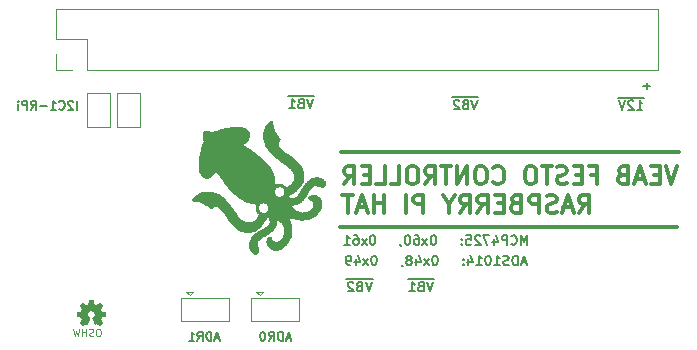
<source format=gbr>
G04 #@! TF.GenerationSoftware,KiCad,Pcbnew,6.0.4-6f826c9f35~116~ubuntu21.10.1*
G04 #@! TF.CreationDate,2022-07-14T08:28:50+02:00*
G04 #@! TF.ProjectId,Raspberry Pi Zero W,52617370-6265-4727-9279-205069205a65,1.0.8*
G04 #@! TF.SameCoordinates,Original*
G04 #@! TF.FileFunction,Legend,Bot*
G04 #@! TF.FilePolarity,Positive*
%FSLAX46Y46*%
G04 Gerber Fmt 4.6, Leading zero omitted, Abs format (unit mm)*
G04 Created by KiCad (PCBNEW 6.0.4-6f826c9f35~116~ubuntu21.10.1) date 2022-07-14 08:28:50*
%MOMM*%
%LPD*%
G01*
G04 APERTURE LIST*
%ADD10C,0.300000*%
%ADD11C,0.200000*%
%ADD12C,0.120000*%
%ADD13C,0.150000*%
%ADD14C,0.187500*%
%ADD15C,0.010000*%
G04 APERTURE END LIST*
D10*
X147066000Y-107315000D02*
X175641000Y-107315000D01*
X147193000Y-100965000D02*
X175768000Y-100965000D01*
D11*
X162832095Y-110305833D02*
X162451142Y-110305833D01*
X162908285Y-110534404D02*
X162641619Y-109734404D01*
X162374952Y-110534404D01*
X162108285Y-110534404D02*
X162108285Y-109734404D01*
X161917809Y-109734404D01*
X161803523Y-109772500D01*
X161727333Y-109848690D01*
X161689238Y-109924880D01*
X161651142Y-110077261D01*
X161651142Y-110191547D01*
X161689238Y-110343928D01*
X161727333Y-110420119D01*
X161803523Y-110496309D01*
X161917809Y-110534404D01*
X162108285Y-110534404D01*
X161346380Y-110496309D02*
X161232095Y-110534404D01*
X161041619Y-110534404D01*
X160965428Y-110496309D01*
X160927333Y-110458214D01*
X160889238Y-110382023D01*
X160889238Y-110305833D01*
X160927333Y-110229642D01*
X160965428Y-110191547D01*
X161041619Y-110153452D01*
X161194000Y-110115357D01*
X161270190Y-110077261D01*
X161308285Y-110039166D01*
X161346380Y-109962976D01*
X161346380Y-109886785D01*
X161308285Y-109810595D01*
X161270190Y-109772500D01*
X161194000Y-109734404D01*
X161003523Y-109734404D01*
X160889238Y-109772500D01*
X160127333Y-110534404D02*
X160584476Y-110534404D01*
X160355904Y-110534404D02*
X160355904Y-109734404D01*
X160432095Y-109848690D01*
X160508285Y-109924880D01*
X160584476Y-109962976D01*
X159632095Y-109734404D02*
X159555904Y-109734404D01*
X159479714Y-109772500D01*
X159441619Y-109810595D01*
X159403523Y-109886785D01*
X159365428Y-110039166D01*
X159365428Y-110229642D01*
X159403523Y-110382023D01*
X159441619Y-110458214D01*
X159479714Y-110496309D01*
X159555904Y-110534404D01*
X159632095Y-110534404D01*
X159708285Y-110496309D01*
X159746380Y-110458214D01*
X159784476Y-110382023D01*
X159822571Y-110229642D01*
X159822571Y-110039166D01*
X159784476Y-109886785D01*
X159746380Y-109810595D01*
X159708285Y-109772500D01*
X159632095Y-109734404D01*
X158603523Y-110534404D02*
X159060666Y-110534404D01*
X158832095Y-110534404D02*
X158832095Y-109734404D01*
X158908285Y-109848690D01*
X158984476Y-109924880D01*
X159060666Y-109962976D01*
X157917809Y-110001071D02*
X157917809Y-110534404D01*
X158108285Y-109696309D02*
X158298761Y-110267738D01*
X157803523Y-110267738D01*
X157498761Y-110458214D02*
X157460666Y-110496309D01*
X157498761Y-110534404D01*
X157536857Y-110496309D01*
X157498761Y-110458214D01*
X157498761Y-110534404D01*
X157498761Y-110039166D02*
X157460666Y-110077261D01*
X157498761Y-110115357D01*
X157536857Y-110077261D01*
X157498761Y-110039166D01*
X157498761Y-110115357D01*
X155136857Y-109734404D02*
X155060666Y-109734404D01*
X154984476Y-109772500D01*
X154946380Y-109810595D01*
X154908285Y-109886785D01*
X154870190Y-110039166D01*
X154870190Y-110229642D01*
X154908285Y-110382023D01*
X154946380Y-110458214D01*
X154984476Y-110496309D01*
X155060666Y-110534404D01*
X155136857Y-110534404D01*
X155213047Y-110496309D01*
X155251142Y-110458214D01*
X155289238Y-110382023D01*
X155327333Y-110229642D01*
X155327333Y-110039166D01*
X155289238Y-109886785D01*
X155251142Y-109810595D01*
X155213047Y-109772500D01*
X155136857Y-109734404D01*
X154603523Y-110534404D02*
X154184476Y-110001071D01*
X154603523Y-110001071D02*
X154184476Y-110534404D01*
X153536857Y-110001071D02*
X153536857Y-110534404D01*
X153727333Y-109696309D02*
X153917809Y-110267738D01*
X153422571Y-110267738D01*
X153003523Y-110077261D02*
X153079714Y-110039166D01*
X153117809Y-110001071D01*
X153155904Y-109924880D01*
X153155904Y-109886785D01*
X153117809Y-109810595D01*
X153079714Y-109772500D01*
X153003523Y-109734404D01*
X152851142Y-109734404D01*
X152774952Y-109772500D01*
X152736857Y-109810595D01*
X152698761Y-109886785D01*
X152698761Y-109924880D01*
X152736857Y-110001071D01*
X152774952Y-110039166D01*
X152851142Y-110077261D01*
X153003523Y-110077261D01*
X153079714Y-110115357D01*
X153117809Y-110153452D01*
X153155904Y-110229642D01*
X153155904Y-110382023D01*
X153117809Y-110458214D01*
X153079714Y-110496309D01*
X153003523Y-110534404D01*
X152851142Y-110534404D01*
X152774952Y-110496309D01*
X152736857Y-110458214D01*
X152698761Y-110382023D01*
X152698761Y-110229642D01*
X152736857Y-110153452D01*
X152774952Y-110115357D01*
X152851142Y-110077261D01*
X152317809Y-110496309D02*
X152317809Y-110534404D01*
X152355904Y-110610595D01*
X152394000Y-110648690D01*
X149994000Y-109734404D02*
X149917809Y-109734404D01*
X149841619Y-109772500D01*
X149803523Y-109810595D01*
X149765428Y-109886785D01*
X149727333Y-110039166D01*
X149727333Y-110229642D01*
X149765428Y-110382023D01*
X149803523Y-110458214D01*
X149841619Y-110496309D01*
X149917809Y-110534404D01*
X149994000Y-110534404D01*
X150070190Y-110496309D01*
X150108285Y-110458214D01*
X150146380Y-110382023D01*
X150184476Y-110229642D01*
X150184476Y-110039166D01*
X150146380Y-109886785D01*
X150108285Y-109810595D01*
X150070190Y-109772500D01*
X149994000Y-109734404D01*
X149460666Y-110534404D02*
X149041619Y-110001071D01*
X149460666Y-110001071D02*
X149041619Y-110534404D01*
X148394000Y-110001071D02*
X148394000Y-110534404D01*
X148584476Y-109696309D02*
X148774952Y-110267738D01*
X148279714Y-110267738D01*
X147936857Y-110534404D02*
X147784476Y-110534404D01*
X147708285Y-110496309D01*
X147670190Y-110458214D01*
X147594000Y-110343928D01*
X147555904Y-110191547D01*
X147555904Y-109886785D01*
X147594000Y-109810595D01*
X147632095Y-109772500D01*
X147708285Y-109734404D01*
X147860666Y-109734404D01*
X147936857Y-109772500D01*
X147974952Y-109810595D01*
X148013047Y-109886785D01*
X148013047Y-110077261D01*
X147974952Y-110153452D01*
X147936857Y-110191547D01*
X147860666Y-110229642D01*
X147708285Y-110229642D01*
X147632095Y-110191547D01*
X147594000Y-110153452D01*
X147555904Y-110077261D01*
X158794309Y-96300500D02*
X158108595Y-96300500D01*
X158718119Y-96526404D02*
X158451452Y-97326404D01*
X158184785Y-96526404D01*
X158108595Y-96300500D02*
X157308595Y-96300500D01*
X157651452Y-96907357D02*
X157537166Y-96945452D01*
X157499071Y-96983547D01*
X157460976Y-97059738D01*
X157460976Y-97174023D01*
X157499071Y-97250214D01*
X157537166Y-97288309D01*
X157613357Y-97326404D01*
X157918119Y-97326404D01*
X157918119Y-96526404D01*
X157651452Y-96526404D01*
X157575261Y-96564500D01*
X157537166Y-96602595D01*
X157499071Y-96678785D01*
X157499071Y-96754976D01*
X157537166Y-96831166D01*
X157575261Y-96869261D01*
X157651452Y-96907357D01*
X157918119Y-96907357D01*
X157308595Y-96300500D02*
X156546690Y-96300500D01*
X157156214Y-96602595D02*
X157118119Y-96564500D01*
X157041928Y-96526404D01*
X156851452Y-96526404D01*
X156775261Y-96564500D01*
X156737166Y-96602595D01*
X156699071Y-96678785D01*
X156699071Y-96754976D01*
X156737166Y-96869261D01*
X157194309Y-97326404D01*
X156699071Y-97326404D01*
D12*
X126664857Y-115939928D02*
X126550571Y-115939928D01*
X126493428Y-115968500D01*
X126436285Y-116025642D01*
X126407714Y-116139928D01*
X126407714Y-116339928D01*
X126436285Y-116454214D01*
X126493428Y-116511357D01*
X126550571Y-116539928D01*
X126664857Y-116539928D01*
X126722000Y-116511357D01*
X126779142Y-116454214D01*
X126807714Y-116339928D01*
X126807714Y-116139928D01*
X126779142Y-116025642D01*
X126722000Y-115968500D01*
X126664857Y-115939928D01*
X126179142Y-116511357D02*
X126093428Y-116539928D01*
X125950571Y-116539928D01*
X125893428Y-116511357D01*
X125864857Y-116482785D01*
X125836285Y-116425642D01*
X125836285Y-116368500D01*
X125864857Y-116311357D01*
X125893428Y-116282785D01*
X125950571Y-116254214D01*
X126064857Y-116225642D01*
X126122000Y-116197071D01*
X126150571Y-116168500D01*
X126179142Y-116111357D01*
X126179142Y-116054214D01*
X126150571Y-115997071D01*
X126122000Y-115968500D01*
X126064857Y-115939928D01*
X125922000Y-115939928D01*
X125836285Y-115968500D01*
X125579142Y-116539928D02*
X125579142Y-115939928D01*
X125579142Y-116225642D02*
X125236285Y-116225642D01*
X125236285Y-116539928D02*
X125236285Y-115939928D01*
X125007714Y-115939928D02*
X124864857Y-116539928D01*
X124750571Y-116111357D01*
X124636285Y-116539928D01*
X124493428Y-115939928D01*
D11*
X149840809Y-111731000D02*
X149155095Y-111731000D01*
X149764619Y-111956904D02*
X149497952Y-112756904D01*
X149231285Y-111956904D01*
X149155095Y-111731000D02*
X148355095Y-111731000D01*
X148697952Y-112337857D02*
X148583666Y-112375952D01*
X148545571Y-112414047D01*
X148507476Y-112490238D01*
X148507476Y-112604523D01*
X148545571Y-112680714D01*
X148583666Y-112718809D01*
X148659857Y-112756904D01*
X148964619Y-112756904D01*
X148964619Y-111956904D01*
X148697952Y-111956904D01*
X148621761Y-111995000D01*
X148583666Y-112033095D01*
X148545571Y-112109285D01*
X148545571Y-112185476D01*
X148583666Y-112261666D01*
X148621761Y-112299761D01*
X148697952Y-112337857D01*
X148964619Y-112337857D01*
X148355095Y-111731000D02*
X147593190Y-111731000D01*
X148202714Y-112033095D02*
X148164619Y-111995000D01*
X148088428Y-111956904D01*
X147897952Y-111956904D01*
X147821761Y-111995000D01*
X147783666Y-112033095D01*
X147745571Y-112109285D01*
X147745571Y-112185476D01*
X147783666Y-112299761D01*
X148240809Y-112756904D01*
X147745571Y-112756904D01*
X162927333Y-108819904D02*
X162927333Y-108019904D01*
X162660666Y-108591333D01*
X162394000Y-108019904D01*
X162394000Y-108819904D01*
X161555904Y-108743714D02*
X161594000Y-108781809D01*
X161708285Y-108819904D01*
X161784476Y-108819904D01*
X161898761Y-108781809D01*
X161974952Y-108705619D01*
X162013047Y-108629428D01*
X162051142Y-108477047D01*
X162051142Y-108362761D01*
X162013047Y-108210380D01*
X161974952Y-108134190D01*
X161898761Y-108058000D01*
X161784476Y-108019904D01*
X161708285Y-108019904D01*
X161594000Y-108058000D01*
X161555904Y-108096095D01*
X161213047Y-108819904D02*
X161213047Y-108019904D01*
X160908285Y-108019904D01*
X160832095Y-108058000D01*
X160794000Y-108096095D01*
X160755904Y-108172285D01*
X160755904Y-108286571D01*
X160794000Y-108362761D01*
X160832095Y-108400857D01*
X160908285Y-108438952D01*
X161213047Y-108438952D01*
X160070190Y-108286571D02*
X160070190Y-108819904D01*
X160260666Y-107981809D02*
X160451142Y-108553238D01*
X159955904Y-108553238D01*
X159727333Y-108019904D02*
X159194000Y-108019904D01*
X159536857Y-108819904D01*
X158927333Y-108096095D02*
X158889238Y-108058000D01*
X158813047Y-108019904D01*
X158622571Y-108019904D01*
X158546380Y-108058000D01*
X158508285Y-108096095D01*
X158470190Y-108172285D01*
X158470190Y-108248476D01*
X158508285Y-108362761D01*
X158965428Y-108819904D01*
X158470190Y-108819904D01*
X157746380Y-108019904D02*
X158127333Y-108019904D01*
X158165428Y-108400857D01*
X158127333Y-108362761D01*
X158051142Y-108324666D01*
X157860666Y-108324666D01*
X157784476Y-108362761D01*
X157746380Y-108400857D01*
X157708285Y-108477047D01*
X157708285Y-108667523D01*
X157746380Y-108743714D01*
X157784476Y-108781809D01*
X157860666Y-108819904D01*
X158051142Y-108819904D01*
X158127333Y-108781809D01*
X158165428Y-108743714D01*
X157365428Y-108743714D02*
X157327333Y-108781809D01*
X157365428Y-108819904D01*
X157403523Y-108781809D01*
X157365428Y-108743714D01*
X157365428Y-108819904D01*
X157365428Y-108324666D02*
X157327333Y-108362761D01*
X157365428Y-108400857D01*
X157403523Y-108362761D01*
X157365428Y-108324666D01*
X157365428Y-108400857D01*
X155003523Y-108019904D02*
X154927333Y-108019904D01*
X154851142Y-108058000D01*
X154813047Y-108096095D01*
X154774952Y-108172285D01*
X154736857Y-108324666D01*
X154736857Y-108515142D01*
X154774952Y-108667523D01*
X154813047Y-108743714D01*
X154851142Y-108781809D01*
X154927333Y-108819904D01*
X155003523Y-108819904D01*
X155079714Y-108781809D01*
X155117809Y-108743714D01*
X155155904Y-108667523D01*
X155194000Y-108515142D01*
X155194000Y-108324666D01*
X155155904Y-108172285D01*
X155117809Y-108096095D01*
X155079714Y-108058000D01*
X155003523Y-108019904D01*
X154470190Y-108819904D02*
X154051142Y-108286571D01*
X154470190Y-108286571D02*
X154051142Y-108819904D01*
X153403523Y-108019904D02*
X153555904Y-108019904D01*
X153632095Y-108058000D01*
X153670190Y-108096095D01*
X153746380Y-108210380D01*
X153784476Y-108362761D01*
X153784476Y-108667523D01*
X153746380Y-108743714D01*
X153708285Y-108781809D01*
X153632095Y-108819904D01*
X153479714Y-108819904D01*
X153403523Y-108781809D01*
X153365428Y-108743714D01*
X153327333Y-108667523D01*
X153327333Y-108477047D01*
X153365428Y-108400857D01*
X153403523Y-108362761D01*
X153479714Y-108324666D01*
X153632095Y-108324666D01*
X153708285Y-108362761D01*
X153746380Y-108400857D01*
X153784476Y-108477047D01*
X152832095Y-108019904D02*
X152755904Y-108019904D01*
X152679714Y-108058000D01*
X152641619Y-108096095D01*
X152603523Y-108172285D01*
X152565428Y-108324666D01*
X152565428Y-108515142D01*
X152603523Y-108667523D01*
X152641619Y-108743714D01*
X152679714Y-108781809D01*
X152755904Y-108819904D01*
X152832095Y-108819904D01*
X152908285Y-108781809D01*
X152946380Y-108743714D01*
X152984476Y-108667523D01*
X153022571Y-108515142D01*
X153022571Y-108324666D01*
X152984476Y-108172285D01*
X152946380Y-108096095D01*
X152908285Y-108058000D01*
X152832095Y-108019904D01*
X152184476Y-108781809D02*
X152184476Y-108819904D01*
X152222571Y-108896095D01*
X152260666Y-108934190D01*
X149860666Y-108019904D02*
X149784476Y-108019904D01*
X149708285Y-108058000D01*
X149670190Y-108096095D01*
X149632095Y-108172285D01*
X149594000Y-108324666D01*
X149594000Y-108515142D01*
X149632095Y-108667523D01*
X149670190Y-108743714D01*
X149708285Y-108781809D01*
X149784476Y-108819904D01*
X149860666Y-108819904D01*
X149936857Y-108781809D01*
X149974952Y-108743714D01*
X150013047Y-108667523D01*
X150051142Y-108515142D01*
X150051142Y-108324666D01*
X150013047Y-108172285D01*
X149974952Y-108096095D01*
X149936857Y-108058000D01*
X149860666Y-108019904D01*
X149327333Y-108819904D02*
X148908285Y-108286571D01*
X149327333Y-108286571D02*
X148908285Y-108819904D01*
X148260666Y-108019904D02*
X148413047Y-108019904D01*
X148489238Y-108058000D01*
X148527333Y-108096095D01*
X148603523Y-108210380D01*
X148641619Y-108362761D01*
X148641619Y-108667523D01*
X148603523Y-108743714D01*
X148565428Y-108781809D01*
X148489238Y-108819904D01*
X148336857Y-108819904D01*
X148260666Y-108781809D01*
X148222571Y-108743714D01*
X148184476Y-108667523D01*
X148184476Y-108477047D01*
X148222571Y-108400857D01*
X148260666Y-108362761D01*
X148336857Y-108324666D01*
X148489238Y-108324666D01*
X148565428Y-108362761D01*
X148603523Y-108400857D01*
X148641619Y-108477047D01*
X147422571Y-108819904D02*
X147879714Y-108819904D01*
X147651142Y-108819904D02*
X147651142Y-108019904D01*
X147727333Y-108134190D01*
X147803523Y-108210380D01*
X147879714Y-108248476D01*
D13*
X173323214Y-95367071D02*
X172751785Y-95367071D01*
X173037500Y-95652785D02*
X173037500Y-95081357D01*
X136858214Y-116711000D02*
X136501071Y-116711000D01*
X136929642Y-116925285D02*
X136679642Y-116175285D01*
X136429642Y-116925285D01*
X136179642Y-116925285D02*
X136179642Y-116175285D01*
X136001071Y-116175285D01*
X135893928Y-116211000D01*
X135822500Y-116282428D01*
X135786785Y-116353857D01*
X135751071Y-116496714D01*
X135751071Y-116603857D01*
X135786785Y-116746714D01*
X135822500Y-116818142D01*
X135893928Y-116889571D01*
X136001071Y-116925285D01*
X136179642Y-116925285D01*
X135001071Y-116925285D02*
X135251071Y-116568142D01*
X135429642Y-116925285D02*
X135429642Y-116175285D01*
X135143928Y-116175285D01*
X135072500Y-116211000D01*
X135036785Y-116246714D01*
X135001071Y-116318142D01*
X135001071Y-116425285D01*
X135036785Y-116496714D01*
X135072500Y-116532428D01*
X135143928Y-116568142D01*
X135429642Y-116568142D01*
X134286785Y-116925285D02*
X134715357Y-116925285D01*
X134501071Y-116925285D02*
X134501071Y-116175285D01*
X134572500Y-116282428D01*
X134643928Y-116353857D01*
X134715357Y-116389571D01*
D14*
X142890714Y-116711000D02*
X142533571Y-116711000D01*
X142962142Y-116925285D02*
X142712142Y-116175285D01*
X142462142Y-116925285D01*
X142212142Y-116925285D02*
X142212142Y-116175285D01*
X142033571Y-116175285D01*
X141926428Y-116211000D01*
X141855000Y-116282428D01*
X141819285Y-116353857D01*
X141783571Y-116496714D01*
X141783571Y-116603857D01*
X141819285Y-116746714D01*
X141855000Y-116818142D01*
X141926428Y-116889571D01*
X142033571Y-116925285D01*
X142212142Y-116925285D01*
X141033571Y-116925285D02*
X141283571Y-116568142D01*
X141462142Y-116925285D02*
X141462142Y-116175285D01*
X141176428Y-116175285D01*
X141105000Y-116211000D01*
X141069285Y-116246714D01*
X141033571Y-116318142D01*
X141033571Y-116425285D01*
X141069285Y-116496714D01*
X141105000Y-116532428D01*
X141176428Y-116568142D01*
X141462142Y-116568142D01*
X140569285Y-116175285D02*
X140497857Y-116175285D01*
X140426428Y-116211000D01*
X140390714Y-116246714D01*
X140355000Y-116318142D01*
X140319285Y-116461000D01*
X140319285Y-116639571D01*
X140355000Y-116782428D01*
X140390714Y-116853857D01*
X140426428Y-116889571D01*
X140497857Y-116925285D01*
X140569285Y-116925285D01*
X140640714Y-116889571D01*
X140676428Y-116853857D01*
X140712142Y-116782428D01*
X140747857Y-116639571D01*
X140747857Y-116461000D01*
X140712142Y-116318142D01*
X140676428Y-116246714D01*
X140640714Y-116211000D01*
X140569285Y-116175285D01*
D11*
X144887809Y-96237000D02*
X144202095Y-96237000D01*
X144811619Y-96462904D02*
X144544952Y-97262904D01*
X144278285Y-96462904D01*
X144202095Y-96237000D02*
X143402095Y-96237000D01*
X143744952Y-96843857D02*
X143630666Y-96881952D01*
X143592571Y-96920047D01*
X143554476Y-96996238D01*
X143554476Y-97110523D01*
X143592571Y-97186714D01*
X143630666Y-97224809D01*
X143706857Y-97262904D01*
X144011619Y-97262904D01*
X144011619Y-96462904D01*
X143744952Y-96462904D01*
X143668761Y-96501000D01*
X143630666Y-96539095D01*
X143592571Y-96615285D01*
X143592571Y-96691476D01*
X143630666Y-96767666D01*
X143668761Y-96805761D01*
X143744952Y-96843857D01*
X144011619Y-96843857D01*
X143402095Y-96237000D02*
X142640190Y-96237000D01*
X142792571Y-97262904D02*
X143249714Y-97262904D01*
X143021142Y-97262904D02*
X143021142Y-96462904D01*
X143097333Y-96577190D01*
X143173523Y-96653380D01*
X143249714Y-96691476D01*
D14*
X124783142Y-97367285D02*
X124783142Y-96617285D01*
X124461714Y-96688714D02*
X124426000Y-96653000D01*
X124354571Y-96617285D01*
X124176000Y-96617285D01*
X124104571Y-96653000D01*
X124068857Y-96688714D01*
X124033142Y-96760142D01*
X124033142Y-96831571D01*
X124068857Y-96938714D01*
X124497428Y-97367285D01*
X124033142Y-97367285D01*
X123283142Y-97295857D02*
X123318857Y-97331571D01*
X123426000Y-97367285D01*
X123497428Y-97367285D01*
X123604571Y-97331571D01*
X123676000Y-97260142D01*
X123711714Y-97188714D01*
X123747428Y-97045857D01*
X123747428Y-96938714D01*
X123711714Y-96795857D01*
X123676000Y-96724428D01*
X123604571Y-96653000D01*
X123497428Y-96617285D01*
X123426000Y-96617285D01*
X123318857Y-96653000D01*
X123283142Y-96688714D01*
X122568857Y-97367285D02*
X122997428Y-97367285D01*
X122783142Y-97367285D02*
X122783142Y-96617285D01*
X122854571Y-96724428D01*
X122926000Y-96795857D01*
X122997428Y-96831571D01*
X122247428Y-97081571D02*
X121676000Y-97081571D01*
X120890285Y-97367285D02*
X121140285Y-97010142D01*
X121318857Y-97367285D02*
X121318857Y-96617285D01*
X121033142Y-96617285D01*
X120961714Y-96653000D01*
X120926000Y-96688714D01*
X120890285Y-96760142D01*
X120890285Y-96867285D01*
X120926000Y-96938714D01*
X120961714Y-96974428D01*
X121033142Y-97010142D01*
X121318857Y-97010142D01*
X120568857Y-97367285D02*
X120568857Y-96617285D01*
X120283142Y-96617285D01*
X120211714Y-96653000D01*
X120176000Y-96688714D01*
X120140285Y-96760142D01*
X120140285Y-96867285D01*
X120176000Y-96938714D01*
X120211714Y-96974428D01*
X120283142Y-97010142D01*
X120568857Y-97010142D01*
X119818857Y-97367285D02*
X119818857Y-96867285D01*
X119818857Y-96617285D02*
X119854571Y-96653000D01*
X119818857Y-96688714D01*
X119783142Y-96653000D01*
X119818857Y-96617285D01*
X119818857Y-96688714D01*
D11*
X172808761Y-96364000D02*
X172046857Y-96364000D01*
X172199238Y-97389904D02*
X172656380Y-97389904D01*
X172427809Y-97389904D02*
X172427809Y-96589904D01*
X172504000Y-96704190D01*
X172580190Y-96780380D01*
X172656380Y-96818476D01*
X172046857Y-96364000D02*
X171284952Y-96364000D01*
X171894476Y-96666095D02*
X171856380Y-96628000D01*
X171780190Y-96589904D01*
X171589714Y-96589904D01*
X171513523Y-96628000D01*
X171475428Y-96666095D01*
X171437333Y-96742285D01*
X171437333Y-96818476D01*
X171475428Y-96932761D01*
X171932571Y-97389904D01*
X171437333Y-97389904D01*
X171284952Y-96364000D02*
X170599238Y-96364000D01*
X171208761Y-96589904D02*
X170942095Y-97389904D01*
X170675428Y-96589904D01*
X155047809Y-111731000D02*
X154362095Y-111731000D01*
X154971619Y-111956904D02*
X154704952Y-112756904D01*
X154438285Y-111956904D01*
X154362095Y-111731000D02*
X153562095Y-111731000D01*
X153904952Y-112337857D02*
X153790666Y-112375952D01*
X153752571Y-112414047D01*
X153714476Y-112490238D01*
X153714476Y-112604523D01*
X153752571Y-112680714D01*
X153790666Y-112718809D01*
X153866857Y-112756904D01*
X154171619Y-112756904D01*
X154171619Y-111956904D01*
X153904952Y-111956904D01*
X153828761Y-111995000D01*
X153790666Y-112033095D01*
X153752571Y-112109285D01*
X153752571Y-112185476D01*
X153790666Y-112261666D01*
X153828761Y-112299761D01*
X153904952Y-112337857D01*
X154171619Y-112337857D01*
X153562095Y-111731000D02*
X152800190Y-111731000D01*
X152952571Y-112756904D02*
X153409714Y-112756904D01*
X153181142Y-112756904D02*
X153181142Y-111956904D01*
X153257333Y-112071190D01*
X153333523Y-112147380D01*
X153409714Y-112185476D01*
D10*
X175634000Y-102174571D02*
X175134000Y-103674571D01*
X174634000Y-102174571D01*
X174134000Y-102888857D02*
X173634000Y-102888857D01*
X173419714Y-103674571D02*
X174134000Y-103674571D01*
X174134000Y-102174571D01*
X173419714Y-102174571D01*
X172848285Y-103246000D02*
X172134000Y-103246000D01*
X172991142Y-103674571D02*
X172491142Y-102174571D01*
X171991142Y-103674571D01*
X170991142Y-102888857D02*
X170776857Y-102960285D01*
X170705428Y-103031714D01*
X170634000Y-103174571D01*
X170634000Y-103388857D01*
X170705428Y-103531714D01*
X170776857Y-103603142D01*
X170919714Y-103674571D01*
X171491142Y-103674571D01*
X171491142Y-102174571D01*
X170991142Y-102174571D01*
X170848285Y-102246000D01*
X170776857Y-102317428D01*
X170705428Y-102460285D01*
X170705428Y-102603142D01*
X170776857Y-102746000D01*
X170848285Y-102817428D01*
X170991142Y-102888857D01*
X171491142Y-102888857D01*
X168348285Y-102888857D02*
X168848285Y-102888857D01*
X168848285Y-103674571D02*
X168848285Y-102174571D01*
X168134000Y-102174571D01*
X167562571Y-102888857D02*
X167062571Y-102888857D01*
X166848285Y-103674571D02*
X167562571Y-103674571D01*
X167562571Y-102174571D01*
X166848285Y-102174571D01*
X166276857Y-103603142D02*
X166062571Y-103674571D01*
X165705428Y-103674571D01*
X165562571Y-103603142D01*
X165491142Y-103531714D01*
X165419714Y-103388857D01*
X165419714Y-103246000D01*
X165491142Y-103103142D01*
X165562571Y-103031714D01*
X165705428Y-102960285D01*
X165991142Y-102888857D01*
X166134000Y-102817428D01*
X166205428Y-102746000D01*
X166276857Y-102603142D01*
X166276857Y-102460285D01*
X166205428Y-102317428D01*
X166134000Y-102246000D01*
X165991142Y-102174571D01*
X165634000Y-102174571D01*
X165419714Y-102246000D01*
X164991142Y-102174571D02*
X164134000Y-102174571D01*
X164562571Y-103674571D02*
X164562571Y-102174571D01*
X163348285Y-102174571D02*
X163062571Y-102174571D01*
X162919714Y-102246000D01*
X162776857Y-102388857D01*
X162705428Y-102674571D01*
X162705428Y-103174571D01*
X162776857Y-103460285D01*
X162919714Y-103603142D01*
X163062571Y-103674571D01*
X163348285Y-103674571D01*
X163491142Y-103603142D01*
X163634000Y-103460285D01*
X163705428Y-103174571D01*
X163705428Y-102674571D01*
X163634000Y-102388857D01*
X163491142Y-102246000D01*
X163348285Y-102174571D01*
X160062571Y-103531714D02*
X160134000Y-103603142D01*
X160348285Y-103674571D01*
X160491142Y-103674571D01*
X160705428Y-103603142D01*
X160848285Y-103460285D01*
X160919714Y-103317428D01*
X160991142Y-103031714D01*
X160991142Y-102817428D01*
X160919714Y-102531714D01*
X160848285Y-102388857D01*
X160705428Y-102246000D01*
X160491142Y-102174571D01*
X160348285Y-102174571D01*
X160134000Y-102246000D01*
X160062571Y-102317428D01*
X159134000Y-102174571D02*
X158848285Y-102174571D01*
X158705428Y-102246000D01*
X158562571Y-102388857D01*
X158491142Y-102674571D01*
X158491142Y-103174571D01*
X158562571Y-103460285D01*
X158705428Y-103603142D01*
X158848285Y-103674571D01*
X159134000Y-103674571D01*
X159276857Y-103603142D01*
X159419714Y-103460285D01*
X159491142Y-103174571D01*
X159491142Y-102674571D01*
X159419714Y-102388857D01*
X159276857Y-102246000D01*
X159134000Y-102174571D01*
X157848285Y-103674571D02*
X157848285Y-102174571D01*
X156991142Y-103674571D01*
X156991142Y-102174571D01*
X156491142Y-102174571D02*
X155634000Y-102174571D01*
X156062571Y-103674571D02*
X156062571Y-102174571D01*
X154276857Y-103674571D02*
X154776857Y-102960285D01*
X155134000Y-103674571D02*
X155134000Y-102174571D01*
X154562571Y-102174571D01*
X154419714Y-102246000D01*
X154348285Y-102317428D01*
X154276857Y-102460285D01*
X154276857Y-102674571D01*
X154348285Y-102817428D01*
X154419714Y-102888857D01*
X154562571Y-102960285D01*
X155134000Y-102960285D01*
X153348285Y-102174571D02*
X153062571Y-102174571D01*
X152919714Y-102246000D01*
X152776857Y-102388857D01*
X152705428Y-102674571D01*
X152705428Y-103174571D01*
X152776857Y-103460285D01*
X152919714Y-103603142D01*
X153062571Y-103674571D01*
X153348285Y-103674571D01*
X153491142Y-103603142D01*
X153634000Y-103460285D01*
X153705428Y-103174571D01*
X153705428Y-102674571D01*
X153634000Y-102388857D01*
X153491142Y-102246000D01*
X153348285Y-102174571D01*
X151348285Y-103674571D02*
X152062571Y-103674571D01*
X152062571Y-102174571D01*
X150134000Y-103674571D02*
X150848285Y-103674571D01*
X150848285Y-102174571D01*
X149634000Y-102888857D02*
X149134000Y-102888857D01*
X148919714Y-103674571D02*
X149634000Y-103674571D01*
X149634000Y-102174571D01*
X148919714Y-102174571D01*
X147419714Y-103674571D02*
X147919714Y-102960285D01*
X148276857Y-103674571D02*
X148276857Y-102174571D01*
X147705428Y-102174571D01*
X147562571Y-102246000D01*
X147491142Y-102317428D01*
X147419714Y-102460285D01*
X147419714Y-102674571D01*
X147491142Y-102817428D01*
X147562571Y-102888857D01*
X147705428Y-102960285D01*
X148276857Y-102960285D01*
X167276857Y-106089571D02*
X167776857Y-105375285D01*
X168134000Y-106089571D02*
X168134000Y-104589571D01*
X167562571Y-104589571D01*
X167419714Y-104661000D01*
X167348285Y-104732428D01*
X167276857Y-104875285D01*
X167276857Y-105089571D01*
X167348285Y-105232428D01*
X167419714Y-105303857D01*
X167562571Y-105375285D01*
X168134000Y-105375285D01*
X166705428Y-105661000D02*
X165991142Y-105661000D01*
X166848285Y-106089571D02*
X166348285Y-104589571D01*
X165848285Y-106089571D01*
X165419714Y-106018142D02*
X165205428Y-106089571D01*
X164848285Y-106089571D01*
X164705428Y-106018142D01*
X164634000Y-105946714D01*
X164562571Y-105803857D01*
X164562571Y-105661000D01*
X164634000Y-105518142D01*
X164705428Y-105446714D01*
X164848285Y-105375285D01*
X165134000Y-105303857D01*
X165276857Y-105232428D01*
X165348285Y-105161000D01*
X165419714Y-105018142D01*
X165419714Y-104875285D01*
X165348285Y-104732428D01*
X165276857Y-104661000D01*
X165134000Y-104589571D01*
X164776857Y-104589571D01*
X164562571Y-104661000D01*
X163919714Y-106089571D02*
X163919714Y-104589571D01*
X163348285Y-104589571D01*
X163205428Y-104661000D01*
X163134000Y-104732428D01*
X163062571Y-104875285D01*
X163062571Y-105089571D01*
X163134000Y-105232428D01*
X163205428Y-105303857D01*
X163348285Y-105375285D01*
X163919714Y-105375285D01*
X161919714Y-105303857D02*
X161705428Y-105375285D01*
X161634000Y-105446714D01*
X161562571Y-105589571D01*
X161562571Y-105803857D01*
X161634000Y-105946714D01*
X161705428Y-106018142D01*
X161848285Y-106089571D01*
X162419714Y-106089571D01*
X162419714Y-104589571D01*
X161919714Y-104589571D01*
X161776857Y-104661000D01*
X161705428Y-104732428D01*
X161634000Y-104875285D01*
X161634000Y-105018142D01*
X161705428Y-105161000D01*
X161776857Y-105232428D01*
X161919714Y-105303857D01*
X162419714Y-105303857D01*
X160919714Y-105303857D02*
X160419714Y-105303857D01*
X160205428Y-106089571D02*
X160919714Y-106089571D01*
X160919714Y-104589571D01*
X160205428Y-104589571D01*
X158705428Y-106089571D02*
X159205428Y-105375285D01*
X159562571Y-106089571D02*
X159562571Y-104589571D01*
X158991142Y-104589571D01*
X158848285Y-104661000D01*
X158776857Y-104732428D01*
X158705428Y-104875285D01*
X158705428Y-105089571D01*
X158776857Y-105232428D01*
X158848285Y-105303857D01*
X158991142Y-105375285D01*
X159562571Y-105375285D01*
X157205428Y-106089571D02*
X157705428Y-105375285D01*
X158062571Y-106089571D02*
X158062571Y-104589571D01*
X157491142Y-104589571D01*
X157348285Y-104661000D01*
X157276857Y-104732428D01*
X157205428Y-104875285D01*
X157205428Y-105089571D01*
X157276857Y-105232428D01*
X157348285Y-105303857D01*
X157491142Y-105375285D01*
X158062571Y-105375285D01*
X156276857Y-105375285D02*
X156276857Y-106089571D01*
X156776857Y-104589571D02*
X156276857Y-105375285D01*
X155776857Y-104589571D01*
X154134000Y-106089571D02*
X154134000Y-104589571D01*
X153562571Y-104589571D01*
X153419714Y-104661000D01*
X153348285Y-104732428D01*
X153276857Y-104875285D01*
X153276857Y-105089571D01*
X153348285Y-105232428D01*
X153419714Y-105303857D01*
X153562571Y-105375285D01*
X154134000Y-105375285D01*
X152634000Y-106089571D02*
X152634000Y-104589571D01*
X150776857Y-106089571D02*
X150776857Y-104589571D01*
X150776857Y-105303857D02*
X149919714Y-105303857D01*
X149919714Y-106089571D02*
X149919714Y-104589571D01*
X149276857Y-105661000D02*
X148562571Y-105661000D01*
X149419714Y-106089571D02*
X148919714Y-104589571D01*
X148419714Y-106089571D01*
X148134000Y-104589571D02*
X147276857Y-104589571D01*
X147705428Y-106089571D02*
X147705428Y-104589571D01*
D12*
X140275000Y-113100000D02*
X140575000Y-112800000D01*
X139525000Y-113300000D02*
X139525000Y-115300000D01*
X139525000Y-115300000D02*
X143625000Y-115300000D01*
X140275000Y-113100000D02*
X139975000Y-112800000D01*
X143625000Y-115300000D02*
X143625000Y-113300000D01*
X139975000Y-112800000D02*
X140575000Y-112800000D01*
X143625000Y-113300000D02*
X139525000Y-113300000D01*
X133586000Y-113300000D02*
X133586000Y-115300000D01*
X134336000Y-113100000D02*
X134636000Y-112800000D01*
X134336000Y-113100000D02*
X134036000Y-112800000D01*
X134036000Y-112800000D02*
X134636000Y-112800000D01*
X137686000Y-115300000D02*
X137686000Y-113300000D01*
X137686000Y-113300000D02*
X133586000Y-113300000D01*
X133586000Y-115300000D02*
X137686000Y-115300000D01*
X123053800Y-94014600D02*
X124383800Y-94014600D01*
X123053800Y-88814600D02*
X123053800Y-91414600D01*
X123053800Y-92684600D02*
X123053800Y-94014600D01*
X173973800Y-88814600D02*
X173973800Y-94014600D01*
X125653800Y-91414600D02*
X125653800Y-94014600D01*
X125653800Y-94014600D02*
X173973800Y-94014600D01*
X123053800Y-91414600D02*
X125653800Y-91414600D01*
X123053800Y-88814600D02*
X173973800Y-88814600D01*
G36*
X143092352Y-105742637D02*
G01*
X143137271Y-105789173D01*
X143216200Y-105859106D01*
X143324134Y-105935953D01*
X143438577Y-105997776D01*
X143558559Y-106044066D01*
X143683109Y-106074316D01*
X143748274Y-106082728D01*
X143842574Y-106086966D01*
X143941800Y-106083804D01*
X144040745Y-106073635D01*
X144134203Y-106056856D01*
X144216967Y-106033859D01*
X144266334Y-106015275D01*
X144356500Y-105973277D01*
X144444558Y-105922497D01*
X144528069Y-105864839D01*
X144604598Y-105802206D01*
X144671709Y-105736501D01*
X144726966Y-105669626D01*
X144767932Y-105603486D01*
X144781674Y-105572980D01*
X144803926Y-105496691D01*
X144812970Y-105415388D01*
X144808864Y-105332894D01*
X144791667Y-105253032D01*
X144761438Y-105179625D01*
X144731455Y-105134615D01*
X144682775Y-105084021D01*
X144622979Y-105038919D01*
X144555205Y-105001618D01*
X144482593Y-104974428D01*
X144439928Y-104957036D01*
X144410496Y-104931783D01*
X144394099Y-104897057D01*
X144389239Y-104850874D01*
X144389592Y-104841639D01*
X144401014Y-104792293D01*
X144427121Y-104745564D01*
X144466049Y-104702678D01*
X144515932Y-104664864D01*
X144574904Y-104633346D01*
X144641101Y-104609353D01*
X144712656Y-104594110D01*
X144787705Y-104588844D01*
X144812558Y-104589324D01*
X144917556Y-104601420D01*
X145017596Y-104629568D01*
X145111991Y-104673464D01*
X145200054Y-104732803D01*
X145281097Y-104807282D01*
X145343801Y-104883600D01*
X145399971Y-104976331D01*
X145441976Y-105076367D01*
X145469563Y-105182306D01*
X145482480Y-105292743D01*
X145480473Y-105406277D01*
X145463289Y-105521504D01*
X145430676Y-105637023D01*
X145427772Y-105645216D01*
X145369376Y-105783709D01*
X145295755Y-105916932D01*
X145208126Y-106043441D01*
X145107708Y-106161792D01*
X144995719Y-106270541D01*
X144873377Y-106368244D01*
X144741900Y-106453458D01*
X144721517Y-106464953D01*
X144620575Y-106514801D01*
X144506905Y-106560791D01*
X144383797Y-106601801D01*
X144254539Y-106636713D01*
X144122421Y-106664406D01*
X144116665Y-106665411D01*
X144047456Y-106674534D01*
X143966417Y-106680834D01*
X143878001Y-106684278D01*
X143786662Y-106684831D01*
X143696852Y-106682461D01*
X143613025Y-106677133D01*
X143539633Y-106668814D01*
X143468566Y-106657164D01*
X143365160Y-106636985D01*
X143256686Y-106612649D01*
X143149153Y-106585524D01*
X143048567Y-106556979D01*
X143008632Y-106545201D01*
X142941866Y-106527484D01*
X142888487Y-106516501D01*
X142847158Y-106512066D01*
X142816541Y-106513997D01*
X142795297Y-106522109D01*
X142782722Y-106532672D01*
X142773511Y-106547113D01*
X142768379Y-106566650D01*
X142767487Y-106592854D01*
X142771000Y-106627300D01*
X142779082Y-106671561D01*
X142791895Y-106727210D01*
X142809603Y-106795821D01*
X142832369Y-106878966D01*
X142843829Y-106920354D01*
X142867856Y-107009877D01*
X142887329Y-107087752D01*
X142902801Y-107157107D01*
X142914825Y-107221066D01*
X142923950Y-107282755D01*
X142930731Y-107345300D01*
X142935718Y-107411825D01*
X142939463Y-107485456D01*
X142940957Y-107535019D01*
X142936486Y-107710427D01*
X142916949Y-107882196D01*
X142882691Y-108049121D01*
X142834061Y-108209996D01*
X142771406Y-108363615D01*
X142695074Y-108508774D01*
X142605412Y-108644266D01*
X142598084Y-108653939D01*
X142562799Y-108696513D01*
X142518404Y-108745562D01*
X142468162Y-108797838D01*
X142415335Y-108850093D01*
X142363186Y-108899080D01*
X142314977Y-108941549D01*
X142273971Y-108974254D01*
X142252904Y-108989536D01*
X142128555Y-109070491D01*
X142004382Y-109135633D01*
X141880961Y-109184728D01*
X141758865Y-109217541D01*
X141638669Y-109233836D01*
X141535091Y-109234086D01*
X141426424Y-109219726D01*
X141322573Y-109191026D01*
X141224969Y-109148868D01*
X141135043Y-109094132D01*
X141054226Y-109027699D01*
X140983947Y-108950451D01*
X140925638Y-108863268D01*
X140880729Y-108767033D01*
X140869092Y-108728048D01*
X140858071Y-108671294D01*
X140850350Y-108607826D01*
X140846396Y-108543068D01*
X140846681Y-108482446D01*
X140851672Y-108431382D01*
X140860051Y-108394517D01*
X140881155Y-108336482D01*
X140910176Y-108280534D01*
X140945011Y-108229602D01*
X140983561Y-108186615D01*
X141023723Y-108154503D01*
X141063396Y-108136195D01*
X141087031Y-108131482D01*
X141125041Y-108132892D01*
X141158623Y-108147661D01*
X141188892Y-108176683D01*
X141216960Y-108220852D01*
X141243940Y-108281060D01*
X141259818Y-108318995D01*
X141291365Y-108379293D01*
X141327058Y-108428042D01*
X141369241Y-108468755D01*
X141399735Y-108491658D01*
X141460000Y-108525229D01*
X141526187Y-108546912D01*
X141600961Y-108557452D01*
X141686983Y-108557593D01*
X141689190Y-108557477D01*
X141730607Y-108554305D01*
X141762565Y-108548821D01*
X141792209Y-108539309D01*
X141826683Y-108524054D01*
X141857061Y-108508369D01*
X141935333Y-108457081D01*
X142011510Y-108392230D01*
X142083443Y-108316230D01*
X142148986Y-108231496D01*
X142205991Y-108140442D01*
X142252312Y-108045481D01*
X142291857Y-107933567D01*
X142320163Y-107811078D01*
X142334800Y-107686217D01*
X142335873Y-107561180D01*
X142323490Y-107438167D01*
X142297756Y-107319373D01*
X142258779Y-107206998D01*
X142206665Y-107103239D01*
X142170348Y-107047023D01*
X142125332Y-106986881D01*
X142076021Y-106928913D01*
X142023982Y-106874412D01*
X141970784Y-106824667D01*
X141917995Y-106780972D01*
X141867183Y-106744616D01*
X141819915Y-106716892D01*
X141777762Y-106699090D01*
X141742289Y-106692502D01*
X141715067Y-106698420D01*
X141708691Y-106702458D01*
X141699723Y-106711015D01*
X141691851Y-106723896D01*
X141684458Y-106743168D01*
X141676928Y-106770899D01*
X141668643Y-106809159D01*
X141658988Y-106860014D01*
X141647346Y-106925533D01*
X141631084Y-107013415D01*
X141611609Y-107102887D01*
X141590467Y-107180462D01*
X141566398Y-107248849D01*
X141538141Y-107310758D01*
X141504439Y-107368896D01*
X141464031Y-107425974D01*
X141415658Y-107484701D01*
X141358060Y-107547785D01*
X141266242Y-107638775D01*
X141157995Y-107732371D01*
X141039438Y-107821372D01*
X140908364Y-107907424D01*
X140762567Y-107992174D01*
X140760471Y-107993326D01*
X140687903Y-108033295D01*
X140628162Y-108066349D01*
X140579257Y-108093641D01*
X140539196Y-108116323D01*
X140505987Y-108135548D01*
X140477638Y-108152468D01*
X140452159Y-108168236D01*
X140427556Y-108184005D01*
X140401839Y-108200928D01*
X140343160Y-108241764D01*
X140255552Y-108311292D01*
X140181468Y-108381822D01*
X140121538Y-108452569D01*
X140076394Y-108522751D01*
X140046669Y-108591585D01*
X140032992Y-108658288D01*
X140031469Y-108690139D01*
X140032577Y-108726180D01*
X140036932Y-108766411D01*
X140044946Y-108813211D01*
X140057029Y-108868956D01*
X140073594Y-108936027D01*
X140095053Y-109016800D01*
X140105904Y-109057551D01*
X140126275Y-109141676D01*
X140139916Y-109213007D01*
X140146747Y-109273495D01*
X140146688Y-109325092D01*
X140139658Y-109369749D01*
X140125577Y-109409417D01*
X140104366Y-109446048D01*
X140075943Y-109481594D01*
X140035285Y-109521419D01*
X139991879Y-109551508D01*
X139938648Y-109576750D01*
X139911929Y-109585316D01*
X139855257Y-109590503D01*
X139795388Y-109579932D01*
X139733294Y-109553951D01*
X139669946Y-109512909D01*
X139606314Y-109457156D01*
X139600664Y-109451489D01*
X139526384Y-109364656D01*
X139463979Y-109267620D01*
X139415120Y-109163372D01*
X139381478Y-109054900D01*
X139379546Y-109045922D01*
X139372351Y-108996580D01*
X139367614Y-108935880D01*
X139365341Y-108868237D01*
X139365537Y-108798066D01*
X139368206Y-108729783D01*
X139373354Y-108667802D01*
X139380986Y-108616539D01*
X139407566Y-108511574D01*
X139445920Y-108407862D01*
X139496117Y-108307245D01*
X139558706Y-108209139D01*
X139634238Y-108112957D01*
X139723263Y-108018116D01*
X139826330Y-107924030D01*
X139943991Y-107830114D01*
X140076795Y-107735782D01*
X140225293Y-107640451D01*
X140390033Y-107543535D01*
X140420940Y-107526013D01*
X140523919Y-107466935D01*
X140613441Y-107414217D01*
X140690814Y-107366879D01*
X140757347Y-107323940D01*
X140814348Y-107284418D01*
X140863126Y-107247333D01*
X140904988Y-107211703D01*
X140941244Y-107176548D01*
X140973201Y-107140886D01*
X141002169Y-107103737D01*
X141029456Y-107064119D01*
X141046799Y-107035554D01*
X141083963Y-106952743D01*
X141105396Y-106864950D01*
X141110986Y-106773395D01*
X141100618Y-106679297D01*
X141074179Y-106583875D01*
X141069703Y-106571914D01*
X141045927Y-106519107D01*
X141018531Y-106472405D01*
X140989229Y-106433828D01*
X140959732Y-106405391D01*
X140931756Y-106389114D01*
X140907013Y-106387014D01*
X140893591Y-106394483D01*
X140876589Y-106412354D01*
X140855851Y-106441573D01*
X140830684Y-106483211D01*
X140800398Y-106538341D01*
X140764299Y-106608033D01*
X140706200Y-106718770D01*
X140648011Y-106820907D01*
X140590321Y-106912351D01*
X140531188Y-106996007D01*
X140468673Y-107074775D01*
X140400834Y-107151558D01*
X140284353Y-107270490D01*
X140162943Y-107379678D01*
X140042045Y-107472978D01*
X139920972Y-107550874D01*
X139799036Y-107613850D01*
X139675551Y-107662390D01*
X139622402Y-107679308D01*
X139573347Y-107692656D01*
X139526136Y-107702420D01*
X139476075Y-107709399D01*
X139418472Y-107714397D01*
X139348634Y-107718214D01*
X139314548Y-107719429D01*
X139146921Y-107715815D01*
X138983700Y-107696217D01*
X138825523Y-107660806D01*
X138673032Y-107609752D01*
X138526866Y-107543227D01*
X138387667Y-107461403D01*
X138316418Y-107412236D01*
X138215023Y-107334591D01*
X138113788Y-107247730D01*
X138011955Y-107150821D01*
X137908772Y-107043031D01*
X137803483Y-106923526D01*
X137695333Y-106791473D01*
X137583569Y-106646040D01*
X137467434Y-106486393D01*
X137346175Y-106311700D01*
X137293465Y-106234437D01*
X137227611Y-106138915D01*
X137169222Y-106055663D01*
X137117376Y-105983498D01*
X137071148Y-105921236D01*
X137029614Y-105867696D01*
X136991849Y-105821693D01*
X136956929Y-105782045D01*
X136923930Y-105747569D01*
X136891928Y-105717081D01*
X136859998Y-105689399D01*
X136793131Y-105637823D01*
X136726283Y-105595700D01*
X136661817Y-105566076D01*
X136596888Y-105547658D01*
X136528648Y-105539158D01*
X136524353Y-105538926D01*
X136483485Y-105538210D01*
X136448843Y-105541675D01*
X136416647Y-105550728D01*
X136383115Y-105566780D01*
X136344466Y-105591238D01*
X136296920Y-105625513D01*
X136273926Y-105642239D01*
X136242640Y-105663779D01*
X136216744Y-105680221D01*
X136200244Y-105688939D01*
X136190198Y-105692428D01*
X136166603Y-105697478D01*
X136141993Y-105697339D01*
X136114631Y-105691235D01*
X136082776Y-105678391D01*
X136044689Y-105658030D01*
X135998631Y-105629376D01*
X135942864Y-105591654D01*
X135875647Y-105544086D01*
X135776351Y-105474168D01*
X135680471Y-105409874D01*
X135591043Y-105353731D01*
X135505071Y-105303933D01*
X135419562Y-105258676D01*
X135331520Y-105216154D01*
X135278406Y-105192532D01*
X135190723Y-105158458D01*
X135104590Y-105132087D01*
X135015466Y-105112305D01*
X134918807Y-105097996D01*
X134810070Y-105088043D01*
X134784340Y-105086138D01*
X134737068Y-105082112D01*
X134695392Y-105077911D01*
X134663080Y-105073929D01*
X134643902Y-105070564D01*
X134621073Y-105060763D01*
X134595308Y-105040484D01*
X134576490Y-105015715D01*
X134569200Y-104991314D01*
X134569703Y-104981862D01*
X134579908Y-104941589D01*
X134602004Y-104895123D01*
X134634343Y-104845103D01*
X134675272Y-104794170D01*
X134723143Y-104744966D01*
X134812092Y-104668437D01*
X134937712Y-104578332D01*
X135073567Y-104498829D01*
X135217099Y-104431240D01*
X135365754Y-104376879D01*
X135516973Y-104337060D01*
X135520088Y-104336402D01*
X135556912Y-104328959D01*
X135589314Y-104323405D01*
X135620854Y-104319465D01*
X135655090Y-104316861D01*
X135695582Y-104315316D01*
X135745888Y-104314554D01*
X135809567Y-104314297D01*
X135851263Y-104314446D01*
X135940100Y-104316670D01*
X136019533Y-104322100D01*
X136094549Y-104331443D01*
X136170135Y-104345407D01*
X136251279Y-104364701D01*
X136342967Y-104390032D01*
X136376770Y-104400058D01*
X136510953Y-104444968D01*
X136636534Y-104496099D01*
X136755664Y-104554800D01*
X136870492Y-104622419D01*
X136983167Y-104700305D01*
X137095838Y-104789804D01*
X137210655Y-104892267D01*
X137329766Y-105009040D01*
X137339676Y-105019156D01*
X137373744Y-105054166D01*
X137405913Y-105087728D01*
X137436885Y-105120728D01*
X137467365Y-105154052D01*
X137498057Y-105188586D01*
X137529663Y-105225217D01*
X137562888Y-105264830D01*
X137598436Y-105308313D01*
X137637010Y-105356552D01*
X137679315Y-105410432D01*
X137726053Y-105470840D01*
X137777929Y-105538663D01*
X137835646Y-105614786D01*
X137899908Y-105700097D01*
X137971418Y-105795480D01*
X138050882Y-105901823D01*
X138139002Y-106020011D01*
X138236481Y-106150932D01*
X138300147Y-106235176D01*
X138390262Y-106349254D01*
X138475070Y-106449772D01*
X138555678Y-106537804D01*
X138633192Y-106614422D01*
X138708717Y-106680699D01*
X138783361Y-106737709D01*
X138858228Y-106786526D01*
X138934424Y-106828221D01*
X138953378Y-106837358D01*
X139007982Y-106861082D01*
X139063501Y-106882056D01*
X139112224Y-106897285D01*
X139116384Y-106898385D01*
X139149118Y-106906500D01*
X139178569Y-106912303D01*
X139208781Y-106916195D01*
X139243794Y-106918582D01*
X139287653Y-106919866D01*
X139344400Y-106920451D01*
X139396578Y-106920435D01*
X139448302Y-106919033D01*
X139490870Y-106915355D01*
X139528548Y-106908593D01*
X139565600Y-106897943D01*
X139606292Y-106882597D01*
X139654887Y-106861749D01*
X139668632Y-106855398D01*
X139735571Y-106817856D01*
X139806000Y-106768869D01*
X139876459Y-106711421D01*
X139943484Y-106648496D01*
X140003614Y-106583079D01*
X140053388Y-106518155D01*
X140066512Y-106498389D01*
X140098649Y-106445565D01*
X140128130Y-106391154D01*
X140153533Y-106338241D01*
X140173438Y-106289910D01*
X140186423Y-106249247D01*
X140191067Y-106219336D01*
X140189914Y-106212437D01*
X140177119Y-106190173D01*
X140151190Y-106162482D01*
X140144931Y-106156641D01*
X140078112Y-106089976D01*
X140025387Y-106027470D01*
X139985541Y-105966490D01*
X139957356Y-105904402D01*
X139939615Y-105838575D01*
X139931103Y-105766373D01*
X139930601Y-105685166D01*
X139930948Y-105676699D01*
X140120402Y-105676699D01*
X140120413Y-105680563D01*
X140124433Y-105747007D01*
X140135603Y-105799466D01*
X140147732Y-105832817D01*
X140187541Y-105911427D01*
X140238986Y-105979600D01*
X140300718Y-106036009D01*
X140371390Y-106079330D01*
X140449652Y-106108235D01*
X140461689Y-106111044D01*
X140514596Y-106118243D01*
X140573783Y-106120095D01*
X140631796Y-106116616D01*
X140681182Y-106107818D01*
X140697040Y-106103222D01*
X140774546Y-106070578D01*
X140844282Y-106024037D01*
X140904376Y-105965361D01*
X140952959Y-105896313D01*
X140988158Y-105818654D01*
X140998504Y-105779726D01*
X141006733Y-105719805D01*
X141008469Y-105656612D01*
X141003621Y-105596410D01*
X140992100Y-105545466D01*
X140969047Y-105488632D01*
X140924889Y-105414503D01*
X140869460Y-105351535D01*
X140804207Y-105300786D01*
X140730572Y-105263310D01*
X140650001Y-105240165D01*
X140563938Y-105232406D01*
X140516214Y-105234090D01*
X140465492Y-105241350D01*
X140417010Y-105256011D01*
X140363200Y-105279861D01*
X140300360Y-105317884D01*
X140238763Y-105372678D01*
X140188773Y-105437910D01*
X140151586Y-105511626D01*
X140128398Y-105591874D01*
X140120402Y-105676699D01*
X139930948Y-105676699D01*
X139931575Y-105661421D01*
X139934638Y-105617054D01*
X139939720Y-105580754D01*
X139947840Y-105546377D01*
X139960016Y-105507777D01*
X139985796Y-105431988D01*
X139833446Y-105259996D01*
X139667240Y-105255037D01*
X139654635Y-105254648D01*
X139588405Y-105252011D01*
X139533969Y-105248502D01*
X139486931Y-105243687D01*
X139442894Y-105237133D01*
X139397463Y-105228405D01*
X139344900Y-105216511D01*
X139198318Y-105174691D01*
X139047320Y-105119813D01*
X138894592Y-105053203D01*
X138742815Y-104976186D01*
X138594675Y-104890089D01*
X138452855Y-104796238D01*
X138320037Y-104695959D01*
X138249863Y-104637540D01*
X138138896Y-104539197D01*
X138021998Y-104428910D01*
X137901753Y-104309132D01*
X141469533Y-104309132D01*
X141475991Y-104384524D01*
X141497394Y-104464550D01*
X141532384Y-104538869D01*
X141579524Y-104605487D01*
X141637378Y-104662410D01*
X141704508Y-104707645D01*
X141779478Y-104739197D01*
X141841379Y-104754054D01*
X141927558Y-104760675D01*
X142011821Y-104750514D01*
X142093743Y-104723633D01*
X142172900Y-104680098D01*
X142210844Y-104650851D01*
X142264359Y-104593937D01*
X142308233Y-104526863D01*
X142340379Y-104453049D01*
X142358706Y-104375914D01*
X142361912Y-104344491D01*
X142359537Y-104261672D01*
X142342190Y-104182693D01*
X142311241Y-104109125D01*
X142268058Y-104042535D01*
X142214012Y-103984494D01*
X142150470Y-103936570D01*
X142078803Y-103900332D01*
X142000379Y-103877350D01*
X141916567Y-103869191D01*
X141871587Y-103871509D01*
X141790207Y-103888123D01*
X141713176Y-103919628D01*
X141642783Y-103964709D01*
X141581319Y-104022053D01*
X141531072Y-104090346D01*
X141519970Y-104111278D01*
X141500763Y-104158683D01*
X141484684Y-104211978D01*
X141473639Y-104264387D01*
X141469533Y-104309132D01*
X137901753Y-104309132D01*
X137900834Y-104308217D01*
X137865005Y-104271367D01*
X137710044Y-104105847D01*
X137559831Y-103934932D01*
X137413163Y-103757030D01*
X137268839Y-103570552D01*
X137125656Y-103373905D01*
X136982412Y-103165499D01*
X136837905Y-102943744D01*
X136690933Y-102707047D01*
X136683240Y-102694403D01*
X136656180Y-102650320D01*
X136632234Y-102611898D01*
X136612806Y-102581351D01*
X136599298Y-102560892D01*
X136593112Y-102552733D01*
X136589307Y-102554481D01*
X136577442Y-102567171D01*
X136560261Y-102589465D01*
X136540043Y-102618539D01*
X136515408Y-102654468D01*
X136433076Y-102760672D01*
X136344876Y-102855031D01*
X136251900Y-102936830D01*
X136155240Y-103005356D01*
X136055988Y-103059897D01*
X135955235Y-103099737D01*
X135854074Y-103124165D01*
X135753596Y-103132466D01*
X135717342Y-103131967D01*
X135660693Y-103127952D01*
X135611240Y-103118808D01*
X135562870Y-103103218D01*
X135509476Y-103079867D01*
X135472903Y-103060990D01*
X135439583Y-103039556D01*
X135406869Y-103012880D01*
X135369245Y-102976913D01*
X135328328Y-102932280D01*
X135268637Y-102850557D01*
X135217329Y-102756971D01*
X135173995Y-102650606D01*
X135138223Y-102530544D01*
X135109604Y-102395866D01*
X135109222Y-102393590D01*
X135106008Y-102363826D01*
X135103333Y-102319844D01*
X135101198Y-102264084D01*
X135099603Y-102198988D01*
X135098547Y-102126997D01*
X135098031Y-102050551D01*
X135098056Y-101972093D01*
X135098620Y-101894062D01*
X135099725Y-101818901D01*
X135101370Y-101749050D01*
X135103556Y-101686949D01*
X135106283Y-101635041D01*
X135109551Y-101595766D01*
X135117010Y-101534853D01*
X135141361Y-101382809D01*
X135175342Y-101217385D01*
X135218866Y-101038905D01*
X135271845Y-100847691D01*
X135334192Y-100644069D01*
X135405819Y-100428360D01*
X135486639Y-100200888D01*
X135541653Y-100050609D01*
X135512707Y-99917254D01*
X135504553Y-99878856D01*
X135480537Y-99752786D01*
X135462986Y-99637464D01*
X135452112Y-99534432D01*
X135448125Y-99445233D01*
X135448101Y-99431398D01*
X135450100Y-99367388D01*
X135456289Y-99317518D01*
X135467515Y-99279692D01*
X135484620Y-99251816D01*
X135508449Y-99231794D01*
X135539845Y-99217530D01*
X135576911Y-99207719D01*
X135644952Y-99199304D01*
X135727341Y-99198480D01*
X135823621Y-99205211D01*
X135933338Y-99219458D01*
X136056036Y-99241186D01*
X136191258Y-99270358D01*
X136293550Y-99294155D01*
X136487592Y-99223598D01*
X136636525Y-99170409D01*
X136829934Y-99104641D01*
X137011436Y-99047089D01*
X137182492Y-98997377D01*
X137344564Y-98955131D01*
X137499113Y-98919976D01*
X137647599Y-98891538D01*
X137791483Y-98869442D01*
X137932226Y-98853315D01*
X138091834Y-98841341D01*
X138269732Y-98836336D01*
X138436164Y-98841121D01*
X138590786Y-98855620D01*
X138733253Y-98879758D01*
X138863219Y-98913459D01*
X138980340Y-98956647D01*
X139084270Y-99009246D01*
X139174664Y-99071182D01*
X139251177Y-99142378D01*
X139280276Y-99177054D01*
X139328160Y-99252712D01*
X139361257Y-99334644D01*
X139379720Y-99421809D01*
X139383703Y-99513165D01*
X139373357Y-99607672D01*
X139348835Y-99704286D01*
X139310291Y-99801968D01*
X139257877Y-99899674D01*
X139191745Y-99996365D01*
X139112049Y-100090998D01*
X139078487Y-100125037D01*
X139015264Y-100181520D01*
X138942404Y-100239090D01*
X138863663Y-100294667D01*
X138843575Y-100308509D01*
X138819272Y-100326888D01*
X138803906Y-100340708D01*
X138800163Y-100347722D01*
X138800351Y-100347887D01*
X138810118Y-100354470D01*
X138832268Y-100368567D01*
X138864876Y-100388978D01*
X138906016Y-100414503D01*
X138953763Y-100443943D01*
X139006190Y-100476097D01*
X139177094Y-100582352D01*
X139423534Y-100742285D01*
X139654637Y-100900892D01*
X139871262Y-101058826D01*
X140074268Y-101216741D01*
X140264515Y-101375290D01*
X140442862Y-101535129D01*
X140610167Y-101696910D01*
X140618047Y-101704850D01*
X140766179Y-101860587D01*
X140898903Y-102013436D01*
X141017144Y-102164728D01*
X141121828Y-102315797D01*
X141213882Y-102467973D01*
X141294232Y-102622590D01*
X141363804Y-102780980D01*
X141409506Y-102903841D01*
X141456182Y-103059383D01*
X141487794Y-103208857D01*
X141504479Y-103352938D01*
X141506370Y-103492300D01*
X141503001Y-103576966D01*
X141591677Y-103655283D01*
X141602344Y-103664651D01*
X141633942Y-103691751D01*
X141660566Y-103713638D01*
X141679683Y-103728269D01*
X141688761Y-103733600D01*
X141693890Y-103732606D01*
X141712856Y-103727158D01*
X141741516Y-103718024D01*
X141775968Y-103706419D01*
X141790956Y-103701308D01*
X141822995Y-103691273D01*
X141850651Y-103684836D01*
X141879253Y-103681213D01*
X141914127Y-103679621D01*
X141960600Y-103679277D01*
X141966439Y-103679283D01*
X142012292Y-103679833D01*
X142046883Y-103681765D01*
X142075320Y-103685769D01*
X142102712Y-103692536D01*
X142134167Y-103702758D01*
X142136150Y-103703451D01*
X142176899Y-103719835D01*
X142218966Y-103739985D01*
X142253550Y-103759703D01*
X142279889Y-103779038D01*
X142314330Y-103808198D01*
X142350962Y-103842129D01*
X142385880Y-103877062D01*
X142415178Y-103909224D01*
X142434949Y-103934845D01*
X142447434Y-103954057D01*
X142515167Y-103929819D01*
X142523555Y-103926769D01*
X142591299Y-103899117D01*
X142660140Y-103866306D01*
X142724209Y-103831304D01*
X142777634Y-103797079D01*
X142804894Y-103775890D01*
X142847888Y-103737776D01*
X142894914Y-103691978D01*
X142942646Y-103642008D01*
X142987759Y-103591380D01*
X143026927Y-103543605D01*
X143056824Y-103502197D01*
X143059917Y-103497430D01*
X143108642Y-103413742D01*
X143143583Y-103333393D01*
X143165923Y-103252155D01*
X143176842Y-103165797D01*
X143177522Y-103070090D01*
X143177467Y-103068708D01*
X143166358Y-102955723D01*
X143142121Y-102846881D01*
X143104163Y-102741004D01*
X143051893Y-102636911D01*
X142984720Y-102533423D01*
X142902053Y-102429359D01*
X142803300Y-102323541D01*
X142802172Y-102322412D01*
X142759441Y-102280906D01*
X142712837Y-102238088D01*
X142661088Y-102192936D01*
X142602925Y-102144432D01*
X142537077Y-102091554D01*
X142462276Y-102033282D01*
X142377250Y-101968595D01*
X142280730Y-101896475D01*
X142171445Y-101815899D01*
X142164896Y-101811095D01*
X142003549Y-101691635D01*
X141855869Y-101580007D01*
X141721000Y-101475429D01*
X141598083Y-101377118D01*
X141486259Y-101284290D01*
X141384671Y-101196163D01*
X141292461Y-101111954D01*
X141208769Y-101030880D01*
X141132739Y-100952158D01*
X141063511Y-100875005D01*
X141000228Y-100798639D01*
X140942031Y-100722276D01*
X140888062Y-100645133D01*
X140873251Y-100622556D01*
X140803810Y-100503164D01*
X140740348Y-100371458D01*
X140684097Y-100230771D01*
X140636290Y-100084432D01*
X140598159Y-99935776D01*
X140570938Y-99788133D01*
X140570343Y-99783944D01*
X140564510Y-99725202D01*
X140561169Y-99654904D01*
X140560239Y-99577779D01*
X140561644Y-99498554D01*
X140565305Y-99421957D01*
X140571144Y-99352717D01*
X140579082Y-99295562D01*
X140599030Y-99203341D01*
X140640415Y-99065803D01*
X140694514Y-98930381D01*
X140759886Y-98799855D01*
X140835091Y-98677003D01*
X140918690Y-98564605D01*
X141009243Y-98465438D01*
X141041676Y-98434732D01*
X141100578Y-98385454D01*
X141153365Y-98350790D01*
X141200790Y-98330285D01*
X141243607Y-98323482D01*
X141267408Y-98324713D01*
X141288532Y-98330201D01*
X141304884Y-98341773D01*
X141317237Y-98361236D01*
X141326361Y-98390401D01*
X141333028Y-98431073D01*
X141338012Y-98485062D01*
X141342082Y-98554176D01*
X141346795Y-98626255D01*
X141359746Y-98738439D01*
X141380037Y-98842327D01*
X141408941Y-98942811D01*
X141447726Y-99044782D01*
X141497666Y-99153133D01*
X141501688Y-99161241D01*
X141538084Y-99231896D01*
X141576009Y-99300202D01*
X141617348Y-99369210D01*
X141663989Y-99441972D01*
X141717818Y-99521540D01*
X141780720Y-99610963D01*
X141801821Y-99640666D01*
X141836150Y-99689580D01*
X141867561Y-99735035D01*
X141894301Y-99774467D01*
X141914622Y-99805309D01*
X141926770Y-99824995D01*
X141936799Y-99843818D01*
X141948193Y-99872376D01*
X141951878Y-99899108D01*
X141947184Y-99926944D01*
X141933440Y-99958812D01*
X141909976Y-99997643D01*
X141876122Y-100046366D01*
X141865373Y-100061448D01*
X141834154Y-100107668D01*
X141812092Y-100145783D01*
X141797569Y-100179347D01*
X141788964Y-100211915D01*
X141784657Y-100247040D01*
X141784069Y-100256597D01*
X141784771Y-100303197D01*
X141792654Y-100348146D01*
X141808914Y-100396351D01*
X141834744Y-100452718D01*
X141836883Y-100456971D01*
X141864181Y-100506450D01*
X141895509Y-100554216D01*
X141932063Y-100601375D01*
X141975039Y-100649033D01*
X142025633Y-100698294D01*
X142085040Y-100750266D01*
X142154458Y-100806053D01*
X142235083Y-100866762D01*
X142328109Y-100933497D01*
X142434734Y-101007365D01*
X142482888Y-101040310D01*
X142578667Y-101106068D01*
X142662373Y-101163904D01*
X142735402Y-101214809D01*
X142799151Y-101259772D01*
X142855018Y-101299781D01*
X142904400Y-101335828D01*
X142948695Y-101368899D01*
X142989300Y-101399986D01*
X143048153Y-101446243D01*
X143202922Y-101574680D01*
X143341817Y-101700979D01*
X143465384Y-101825966D01*
X143574174Y-101950470D01*
X143668732Y-102075317D01*
X143749607Y-102201335D01*
X143817347Y-102329351D01*
X143872500Y-102460193D01*
X143915613Y-102594688D01*
X143947234Y-102733663D01*
X143967911Y-102877946D01*
X143969010Y-102889103D01*
X143973674Y-102969611D01*
X143973866Y-103056432D01*
X143969828Y-103143844D01*
X143961804Y-103226129D01*
X143950038Y-103297566D01*
X143944402Y-103322791D01*
X143908991Y-103443068D01*
X143859508Y-103561938D01*
X143795436Y-103680282D01*
X143716255Y-103798978D01*
X143621445Y-103918904D01*
X143510486Y-104040938D01*
X143501661Y-104050053D01*
X143436579Y-104115822D01*
X143376458Y-104173335D01*
X143318735Y-104224463D01*
X143260848Y-104271079D01*
X143200233Y-104315054D01*
X143155332Y-104344491D01*
X143134327Y-104358262D01*
X143060567Y-104402573D01*
X142976390Y-104449859D01*
X142879234Y-104501994D01*
X142811211Y-104538223D01*
X142755962Y-104568594D01*
X142713267Y-104593597D01*
X142681807Y-104614310D01*
X142660258Y-104631806D01*
X142647299Y-104647163D01*
X142641607Y-104661455D01*
X142641861Y-104675758D01*
X142646738Y-104691148D01*
X142647322Y-104692486D01*
X142663737Y-104715051D01*
X142692402Y-104740925D01*
X142730006Y-104767468D01*
X142773238Y-104792039D01*
X142845993Y-104823235D01*
X142931237Y-104847264D01*
X143016263Y-104858826D01*
X143097827Y-104857511D01*
X143172688Y-104842904D01*
X143194115Y-104835928D01*
X143262922Y-104806393D01*
X143329264Y-104765984D01*
X143395719Y-104712961D01*
X143464861Y-104645583D01*
X143473696Y-104636150D01*
X143508816Y-104595861D01*
X143544097Y-104550502D01*
X143580935Y-104498016D01*
X143620726Y-104436345D01*
X143664865Y-104363434D01*
X143714746Y-104277225D01*
X143778088Y-104166927D01*
X143846558Y-104050635D01*
X143909783Y-103946948D01*
X143968794Y-103854387D01*
X144024624Y-103771472D01*
X144078306Y-103696725D01*
X144130871Y-103628667D01*
X144183351Y-103565818D01*
X144236780Y-103506699D01*
X144292189Y-103449832D01*
X144347752Y-103397187D01*
X144451767Y-103311804D01*
X144557730Y-103242318D01*
X144667103Y-103188055D01*
X144781346Y-103148342D01*
X144901920Y-103122506D01*
X145030288Y-103109874D01*
X145051324Y-103109076D01*
X145178831Y-103113084D01*
X145299870Y-103132677D01*
X145414847Y-103167974D01*
X145524168Y-103219095D01*
X145628242Y-103286162D01*
X145672675Y-103321399D01*
X145736028Y-103382923D01*
X145784445Y-103446331D01*
X145817552Y-103510819D01*
X145834977Y-103575585D01*
X145836349Y-103639826D01*
X145821295Y-103702736D01*
X145808066Y-103730230D01*
X145778368Y-103773364D01*
X145740469Y-103815343D01*
X145698754Y-103851493D01*
X145657611Y-103877141D01*
X145653929Y-103878886D01*
X145634909Y-103886924D01*
X145616627Y-103891784D01*
X145594677Y-103893956D01*
X145564652Y-103893930D01*
X145522144Y-103892195D01*
X145493818Y-103890611D01*
X145467282Y-103888400D01*
X145441022Y-103885099D01*
X145412673Y-103880201D01*
X145379869Y-103873201D01*
X145340242Y-103863591D01*
X145291427Y-103850867D01*
X145231057Y-103834521D01*
X145156767Y-103814048D01*
X145074660Y-103794109D01*
X144993417Y-103781977D01*
X144921049Y-103780971D01*
X144855168Y-103791497D01*
X144793387Y-103813961D01*
X144733319Y-103848768D01*
X144672578Y-103896324D01*
X144637624Y-103927816D01*
X144596313Y-103968247D01*
X144557381Y-104010745D01*
X144519459Y-104057204D01*
X144481175Y-104109516D01*
X144441160Y-104169575D01*
X144398042Y-104239274D01*
X144350452Y-104320507D01*
X144297019Y-104415166D01*
X144282442Y-104441289D01*
X144235217Y-104525037D01*
X144193826Y-104596757D01*
X144156798Y-104658826D01*
X144122662Y-104713618D01*
X144089950Y-104763510D01*
X144057190Y-104810877D01*
X144022914Y-104858093D01*
X143996529Y-104892119D01*
X143952538Y-104944614D01*
X143902614Y-105000537D01*
X143849974Y-105056493D01*
X143797835Y-105109085D01*
X143749415Y-105154918D01*
X143707930Y-105190594D01*
X143664556Y-105223469D01*
X143594185Y-105269215D01*
X143520211Y-105307477D01*
X143440006Y-105339241D01*
X143350943Y-105365493D01*
X143250395Y-105387220D01*
X143135734Y-105405408D01*
X143087138Y-105412749D01*
X143028986Y-105424443D01*
X142985793Y-105437631D01*
X142956388Y-105452809D01*
X142939602Y-105470477D01*
X142934267Y-105491130D01*
X142939060Y-105515915D01*
X142954655Y-105552308D01*
X142979448Y-105595624D01*
X143011774Y-105643416D01*
X143021890Y-105656612D01*
X143049964Y-105693236D01*
X143092352Y-105742637D01*
G37*
D15*
X143092352Y-105742637D02*
X143137271Y-105789173D01*
X143216200Y-105859106D01*
X143324134Y-105935953D01*
X143438577Y-105997776D01*
X143558559Y-106044066D01*
X143683109Y-106074316D01*
X143748274Y-106082728D01*
X143842574Y-106086966D01*
X143941800Y-106083804D01*
X144040745Y-106073635D01*
X144134203Y-106056856D01*
X144216967Y-106033859D01*
X144266334Y-106015275D01*
X144356500Y-105973277D01*
X144444558Y-105922497D01*
X144528069Y-105864839D01*
X144604598Y-105802206D01*
X144671709Y-105736501D01*
X144726966Y-105669626D01*
X144767932Y-105603486D01*
X144781674Y-105572980D01*
X144803926Y-105496691D01*
X144812970Y-105415388D01*
X144808864Y-105332894D01*
X144791667Y-105253032D01*
X144761438Y-105179625D01*
X144731455Y-105134615D01*
X144682775Y-105084021D01*
X144622979Y-105038919D01*
X144555205Y-105001618D01*
X144482593Y-104974428D01*
X144439928Y-104957036D01*
X144410496Y-104931783D01*
X144394099Y-104897057D01*
X144389239Y-104850874D01*
X144389592Y-104841639D01*
X144401014Y-104792293D01*
X144427121Y-104745564D01*
X144466049Y-104702678D01*
X144515932Y-104664864D01*
X144574904Y-104633346D01*
X144641101Y-104609353D01*
X144712656Y-104594110D01*
X144787705Y-104588844D01*
X144812558Y-104589324D01*
X144917556Y-104601420D01*
X145017596Y-104629568D01*
X145111991Y-104673464D01*
X145200054Y-104732803D01*
X145281097Y-104807282D01*
X145343801Y-104883600D01*
X145399971Y-104976331D01*
X145441976Y-105076367D01*
X145469563Y-105182306D01*
X145482480Y-105292743D01*
X145480473Y-105406277D01*
X145463289Y-105521504D01*
X145430676Y-105637023D01*
X145427772Y-105645216D01*
X145369376Y-105783709D01*
X145295755Y-105916932D01*
X145208126Y-106043441D01*
X145107708Y-106161792D01*
X144995719Y-106270541D01*
X144873377Y-106368244D01*
X144741900Y-106453458D01*
X144721517Y-106464953D01*
X144620575Y-106514801D01*
X144506905Y-106560791D01*
X144383797Y-106601801D01*
X144254539Y-106636713D01*
X144122421Y-106664406D01*
X144116665Y-106665411D01*
X144047456Y-106674534D01*
X143966417Y-106680834D01*
X143878001Y-106684278D01*
X143786662Y-106684831D01*
X143696852Y-106682461D01*
X143613025Y-106677133D01*
X143539633Y-106668814D01*
X143468566Y-106657164D01*
X143365160Y-106636985D01*
X143256686Y-106612649D01*
X143149153Y-106585524D01*
X143048567Y-106556979D01*
X143008632Y-106545201D01*
X142941866Y-106527484D01*
X142888487Y-106516501D01*
X142847158Y-106512066D01*
X142816541Y-106513997D01*
X142795297Y-106522109D01*
X142782722Y-106532672D01*
X142773511Y-106547113D01*
X142768379Y-106566650D01*
X142767487Y-106592854D01*
X142771000Y-106627300D01*
X142779082Y-106671561D01*
X142791895Y-106727210D01*
X142809603Y-106795821D01*
X142832369Y-106878966D01*
X142843829Y-106920354D01*
X142867856Y-107009877D01*
X142887329Y-107087752D01*
X142902801Y-107157107D01*
X142914825Y-107221066D01*
X142923950Y-107282755D01*
X142930731Y-107345300D01*
X142935718Y-107411825D01*
X142939463Y-107485456D01*
X142940957Y-107535019D01*
X142936486Y-107710427D01*
X142916949Y-107882196D01*
X142882691Y-108049121D01*
X142834061Y-108209996D01*
X142771406Y-108363615D01*
X142695074Y-108508774D01*
X142605412Y-108644266D01*
X142598084Y-108653939D01*
X142562799Y-108696513D01*
X142518404Y-108745562D01*
X142468162Y-108797838D01*
X142415335Y-108850093D01*
X142363186Y-108899080D01*
X142314977Y-108941549D01*
X142273971Y-108974254D01*
X142252904Y-108989536D01*
X142128555Y-109070491D01*
X142004382Y-109135633D01*
X141880961Y-109184728D01*
X141758865Y-109217541D01*
X141638669Y-109233836D01*
X141535091Y-109234086D01*
X141426424Y-109219726D01*
X141322573Y-109191026D01*
X141224969Y-109148868D01*
X141135043Y-109094132D01*
X141054226Y-109027699D01*
X140983947Y-108950451D01*
X140925638Y-108863268D01*
X140880729Y-108767033D01*
X140869092Y-108728048D01*
X140858071Y-108671294D01*
X140850350Y-108607826D01*
X140846396Y-108543068D01*
X140846681Y-108482446D01*
X140851672Y-108431382D01*
X140860051Y-108394517D01*
X140881155Y-108336482D01*
X140910176Y-108280534D01*
X140945011Y-108229602D01*
X140983561Y-108186615D01*
X141023723Y-108154503D01*
X141063396Y-108136195D01*
X141087031Y-108131482D01*
X141125041Y-108132892D01*
X141158623Y-108147661D01*
X141188892Y-108176683D01*
X141216960Y-108220852D01*
X141243940Y-108281060D01*
X141259818Y-108318995D01*
X141291365Y-108379293D01*
X141327058Y-108428042D01*
X141369241Y-108468755D01*
X141399735Y-108491658D01*
X141460000Y-108525229D01*
X141526187Y-108546912D01*
X141600961Y-108557452D01*
X141686983Y-108557593D01*
X141689190Y-108557477D01*
X141730607Y-108554305D01*
X141762565Y-108548821D01*
X141792209Y-108539309D01*
X141826683Y-108524054D01*
X141857061Y-108508369D01*
X141935333Y-108457081D01*
X142011510Y-108392230D01*
X142083443Y-108316230D01*
X142148986Y-108231496D01*
X142205991Y-108140442D01*
X142252312Y-108045481D01*
X142291857Y-107933567D01*
X142320163Y-107811078D01*
X142334800Y-107686217D01*
X142335873Y-107561180D01*
X142323490Y-107438167D01*
X142297756Y-107319373D01*
X142258779Y-107206998D01*
X142206665Y-107103239D01*
X142170348Y-107047023D01*
X142125332Y-106986881D01*
X142076021Y-106928913D01*
X142023982Y-106874412D01*
X141970784Y-106824667D01*
X141917995Y-106780972D01*
X141867183Y-106744616D01*
X141819915Y-106716892D01*
X141777762Y-106699090D01*
X141742289Y-106692502D01*
X141715067Y-106698420D01*
X141708691Y-106702458D01*
X141699723Y-106711015D01*
X141691851Y-106723896D01*
X141684458Y-106743168D01*
X141676928Y-106770899D01*
X141668643Y-106809159D01*
X141658988Y-106860014D01*
X141647346Y-106925533D01*
X141631084Y-107013415D01*
X141611609Y-107102887D01*
X141590467Y-107180462D01*
X141566398Y-107248849D01*
X141538141Y-107310758D01*
X141504439Y-107368896D01*
X141464031Y-107425974D01*
X141415658Y-107484701D01*
X141358060Y-107547785D01*
X141266242Y-107638775D01*
X141157995Y-107732371D01*
X141039438Y-107821372D01*
X140908364Y-107907424D01*
X140762567Y-107992174D01*
X140760471Y-107993326D01*
X140687903Y-108033295D01*
X140628162Y-108066349D01*
X140579257Y-108093641D01*
X140539196Y-108116323D01*
X140505987Y-108135548D01*
X140477638Y-108152468D01*
X140452159Y-108168236D01*
X140427556Y-108184005D01*
X140401839Y-108200928D01*
X140343160Y-108241764D01*
X140255552Y-108311292D01*
X140181468Y-108381822D01*
X140121538Y-108452569D01*
X140076394Y-108522751D01*
X140046669Y-108591585D01*
X140032992Y-108658288D01*
X140031469Y-108690139D01*
X140032577Y-108726180D01*
X140036932Y-108766411D01*
X140044946Y-108813211D01*
X140057029Y-108868956D01*
X140073594Y-108936027D01*
X140095053Y-109016800D01*
X140105904Y-109057551D01*
X140126275Y-109141676D01*
X140139916Y-109213007D01*
X140146747Y-109273495D01*
X140146688Y-109325092D01*
X140139658Y-109369749D01*
X140125577Y-109409417D01*
X140104366Y-109446048D01*
X140075943Y-109481594D01*
X140035285Y-109521419D01*
X139991879Y-109551508D01*
X139938648Y-109576750D01*
X139911929Y-109585316D01*
X139855257Y-109590503D01*
X139795388Y-109579932D01*
X139733294Y-109553951D01*
X139669946Y-109512909D01*
X139606314Y-109457156D01*
X139600664Y-109451489D01*
X139526384Y-109364656D01*
X139463979Y-109267620D01*
X139415120Y-109163372D01*
X139381478Y-109054900D01*
X139379546Y-109045922D01*
X139372351Y-108996580D01*
X139367614Y-108935880D01*
X139365341Y-108868237D01*
X139365537Y-108798066D01*
X139368206Y-108729783D01*
X139373354Y-108667802D01*
X139380986Y-108616539D01*
X139407566Y-108511574D01*
X139445920Y-108407862D01*
X139496117Y-108307245D01*
X139558706Y-108209139D01*
X139634238Y-108112957D01*
X139723263Y-108018116D01*
X139826330Y-107924030D01*
X139943991Y-107830114D01*
X140076795Y-107735782D01*
X140225293Y-107640451D01*
X140390033Y-107543535D01*
X140420940Y-107526013D01*
X140523919Y-107466935D01*
X140613441Y-107414217D01*
X140690814Y-107366879D01*
X140757347Y-107323940D01*
X140814348Y-107284418D01*
X140863126Y-107247333D01*
X140904988Y-107211703D01*
X140941244Y-107176548D01*
X140973201Y-107140886D01*
X141002169Y-107103737D01*
X141029456Y-107064119D01*
X141046799Y-107035554D01*
X141083963Y-106952743D01*
X141105396Y-106864950D01*
X141110986Y-106773395D01*
X141100618Y-106679297D01*
X141074179Y-106583875D01*
X141069703Y-106571914D01*
X141045927Y-106519107D01*
X141018531Y-106472405D01*
X140989229Y-106433828D01*
X140959732Y-106405391D01*
X140931756Y-106389114D01*
X140907013Y-106387014D01*
X140893591Y-106394483D01*
X140876589Y-106412354D01*
X140855851Y-106441573D01*
X140830684Y-106483211D01*
X140800398Y-106538341D01*
X140764299Y-106608033D01*
X140706200Y-106718770D01*
X140648011Y-106820907D01*
X140590321Y-106912351D01*
X140531188Y-106996007D01*
X140468673Y-107074775D01*
X140400834Y-107151558D01*
X140284353Y-107270490D01*
X140162943Y-107379678D01*
X140042045Y-107472978D01*
X139920972Y-107550874D01*
X139799036Y-107613850D01*
X139675551Y-107662390D01*
X139622402Y-107679308D01*
X139573347Y-107692656D01*
X139526136Y-107702420D01*
X139476075Y-107709399D01*
X139418472Y-107714397D01*
X139348634Y-107718214D01*
X139314548Y-107719429D01*
X139146921Y-107715815D01*
X138983700Y-107696217D01*
X138825523Y-107660806D01*
X138673032Y-107609752D01*
X138526866Y-107543227D01*
X138387667Y-107461403D01*
X138316418Y-107412236D01*
X138215023Y-107334591D01*
X138113788Y-107247730D01*
X138011955Y-107150821D01*
X137908772Y-107043031D01*
X137803483Y-106923526D01*
X137695333Y-106791473D01*
X137583569Y-106646040D01*
X137467434Y-106486393D01*
X137346175Y-106311700D01*
X137293465Y-106234437D01*
X137227611Y-106138915D01*
X137169222Y-106055663D01*
X137117376Y-105983498D01*
X137071148Y-105921236D01*
X137029614Y-105867696D01*
X136991849Y-105821693D01*
X136956929Y-105782045D01*
X136923930Y-105747569D01*
X136891928Y-105717081D01*
X136859998Y-105689399D01*
X136793131Y-105637823D01*
X136726283Y-105595700D01*
X136661817Y-105566076D01*
X136596888Y-105547658D01*
X136528648Y-105539158D01*
X136524353Y-105538926D01*
X136483485Y-105538210D01*
X136448843Y-105541675D01*
X136416647Y-105550728D01*
X136383115Y-105566780D01*
X136344466Y-105591238D01*
X136296920Y-105625513D01*
X136273926Y-105642239D01*
X136242640Y-105663779D01*
X136216744Y-105680221D01*
X136200244Y-105688939D01*
X136190198Y-105692428D01*
X136166603Y-105697478D01*
X136141993Y-105697339D01*
X136114631Y-105691235D01*
X136082776Y-105678391D01*
X136044689Y-105658030D01*
X135998631Y-105629376D01*
X135942864Y-105591654D01*
X135875647Y-105544086D01*
X135776351Y-105474168D01*
X135680471Y-105409874D01*
X135591043Y-105353731D01*
X135505071Y-105303933D01*
X135419562Y-105258676D01*
X135331520Y-105216154D01*
X135278406Y-105192532D01*
X135190723Y-105158458D01*
X135104590Y-105132087D01*
X135015466Y-105112305D01*
X134918807Y-105097996D01*
X134810070Y-105088043D01*
X134784340Y-105086138D01*
X134737068Y-105082112D01*
X134695392Y-105077911D01*
X134663080Y-105073929D01*
X134643902Y-105070564D01*
X134621073Y-105060763D01*
X134595308Y-105040484D01*
X134576490Y-105015715D01*
X134569200Y-104991314D01*
X134569703Y-104981862D01*
X134579908Y-104941589D01*
X134602004Y-104895123D01*
X134634343Y-104845103D01*
X134675272Y-104794170D01*
X134723143Y-104744966D01*
X134812092Y-104668437D01*
X134937712Y-104578332D01*
X135073567Y-104498829D01*
X135217099Y-104431240D01*
X135365754Y-104376879D01*
X135516973Y-104337060D01*
X135520088Y-104336402D01*
X135556912Y-104328959D01*
X135589314Y-104323405D01*
X135620854Y-104319465D01*
X135655090Y-104316861D01*
X135695582Y-104315316D01*
X135745888Y-104314554D01*
X135809567Y-104314297D01*
X135851263Y-104314446D01*
X135940100Y-104316670D01*
X136019533Y-104322100D01*
X136094549Y-104331443D01*
X136170135Y-104345407D01*
X136251279Y-104364701D01*
X136342967Y-104390032D01*
X136376770Y-104400058D01*
X136510953Y-104444968D01*
X136636534Y-104496099D01*
X136755664Y-104554800D01*
X136870492Y-104622419D01*
X136983167Y-104700305D01*
X137095838Y-104789804D01*
X137210655Y-104892267D01*
X137329766Y-105009040D01*
X137339676Y-105019156D01*
X137373744Y-105054166D01*
X137405913Y-105087728D01*
X137436885Y-105120728D01*
X137467365Y-105154052D01*
X137498057Y-105188586D01*
X137529663Y-105225217D01*
X137562888Y-105264830D01*
X137598436Y-105308313D01*
X137637010Y-105356552D01*
X137679315Y-105410432D01*
X137726053Y-105470840D01*
X137777929Y-105538663D01*
X137835646Y-105614786D01*
X137899908Y-105700097D01*
X137971418Y-105795480D01*
X138050882Y-105901823D01*
X138139002Y-106020011D01*
X138236481Y-106150932D01*
X138300147Y-106235176D01*
X138390262Y-106349254D01*
X138475070Y-106449772D01*
X138555678Y-106537804D01*
X138633192Y-106614422D01*
X138708717Y-106680699D01*
X138783361Y-106737709D01*
X138858228Y-106786526D01*
X138934424Y-106828221D01*
X138953378Y-106837358D01*
X139007982Y-106861082D01*
X139063501Y-106882056D01*
X139112224Y-106897285D01*
X139116384Y-106898385D01*
X139149118Y-106906500D01*
X139178569Y-106912303D01*
X139208781Y-106916195D01*
X139243794Y-106918582D01*
X139287653Y-106919866D01*
X139344400Y-106920451D01*
X139396578Y-106920435D01*
X139448302Y-106919033D01*
X139490870Y-106915355D01*
X139528548Y-106908593D01*
X139565600Y-106897943D01*
X139606292Y-106882597D01*
X139654887Y-106861749D01*
X139668632Y-106855398D01*
X139735571Y-106817856D01*
X139806000Y-106768869D01*
X139876459Y-106711421D01*
X139943484Y-106648496D01*
X140003614Y-106583079D01*
X140053388Y-106518155D01*
X140066512Y-106498389D01*
X140098649Y-106445565D01*
X140128130Y-106391154D01*
X140153533Y-106338241D01*
X140173438Y-106289910D01*
X140186423Y-106249247D01*
X140191067Y-106219336D01*
X140189914Y-106212437D01*
X140177119Y-106190173D01*
X140151190Y-106162482D01*
X140144931Y-106156641D01*
X140078112Y-106089976D01*
X140025387Y-106027470D01*
X139985541Y-105966490D01*
X139957356Y-105904402D01*
X139939615Y-105838575D01*
X139931103Y-105766373D01*
X139930601Y-105685166D01*
X139930948Y-105676699D01*
X140120402Y-105676699D01*
X140120413Y-105680563D01*
X140124433Y-105747007D01*
X140135603Y-105799466D01*
X140147732Y-105832817D01*
X140187541Y-105911427D01*
X140238986Y-105979600D01*
X140300718Y-106036009D01*
X140371390Y-106079330D01*
X140449652Y-106108235D01*
X140461689Y-106111044D01*
X140514596Y-106118243D01*
X140573783Y-106120095D01*
X140631796Y-106116616D01*
X140681182Y-106107818D01*
X140697040Y-106103222D01*
X140774546Y-106070578D01*
X140844282Y-106024037D01*
X140904376Y-105965361D01*
X140952959Y-105896313D01*
X140988158Y-105818654D01*
X140998504Y-105779726D01*
X141006733Y-105719805D01*
X141008469Y-105656612D01*
X141003621Y-105596410D01*
X140992100Y-105545466D01*
X140969047Y-105488632D01*
X140924889Y-105414503D01*
X140869460Y-105351535D01*
X140804207Y-105300786D01*
X140730572Y-105263310D01*
X140650001Y-105240165D01*
X140563938Y-105232406D01*
X140516214Y-105234090D01*
X140465492Y-105241350D01*
X140417010Y-105256011D01*
X140363200Y-105279861D01*
X140300360Y-105317884D01*
X140238763Y-105372678D01*
X140188773Y-105437910D01*
X140151586Y-105511626D01*
X140128398Y-105591874D01*
X140120402Y-105676699D01*
X139930948Y-105676699D01*
X139931575Y-105661421D01*
X139934638Y-105617054D01*
X139939720Y-105580754D01*
X139947840Y-105546377D01*
X139960016Y-105507777D01*
X139985796Y-105431988D01*
X139833446Y-105259996D01*
X139667240Y-105255037D01*
X139654635Y-105254648D01*
X139588405Y-105252011D01*
X139533969Y-105248502D01*
X139486931Y-105243687D01*
X139442894Y-105237133D01*
X139397463Y-105228405D01*
X139344900Y-105216511D01*
X139198318Y-105174691D01*
X139047320Y-105119813D01*
X138894592Y-105053203D01*
X138742815Y-104976186D01*
X138594675Y-104890089D01*
X138452855Y-104796238D01*
X138320037Y-104695959D01*
X138249863Y-104637540D01*
X138138896Y-104539197D01*
X138021998Y-104428910D01*
X137901753Y-104309132D01*
X141469533Y-104309132D01*
X141475991Y-104384524D01*
X141497394Y-104464550D01*
X141532384Y-104538869D01*
X141579524Y-104605487D01*
X141637378Y-104662410D01*
X141704508Y-104707645D01*
X141779478Y-104739197D01*
X141841379Y-104754054D01*
X141927558Y-104760675D01*
X142011821Y-104750514D01*
X142093743Y-104723633D01*
X142172900Y-104680098D01*
X142210844Y-104650851D01*
X142264359Y-104593937D01*
X142308233Y-104526863D01*
X142340379Y-104453049D01*
X142358706Y-104375914D01*
X142361912Y-104344491D01*
X142359537Y-104261672D01*
X142342190Y-104182693D01*
X142311241Y-104109125D01*
X142268058Y-104042535D01*
X142214012Y-103984494D01*
X142150470Y-103936570D01*
X142078803Y-103900332D01*
X142000379Y-103877350D01*
X141916567Y-103869191D01*
X141871587Y-103871509D01*
X141790207Y-103888123D01*
X141713176Y-103919628D01*
X141642783Y-103964709D01*
X141581319Y-104022053D01*
X141531072Y-104090346D01*
X141519970Y-104111278D01*
X141500763Y-104158683D01*
X141484684Y-104211978D01*
X141473639Y-104264387D01*
X141469533Y-104309132D01*
X137901753Y-104309132D01*
X137900834Y-104308217D01*
X137865005Y-104271367D01*
X137710044Y-104105847D01*
X137559831Y-103934932D01*
X137413163Y-103757030D01*
X137268839Y-103570552D01*
X137125656Y-103373905D01*
X136982412Y-103165499D01*
X136837905Y-102943744D01*
X136690933Y-102707047D01*
X136683240Y-102694403D01*
X136656180Y-102650320D01*
X136632234Y-102611898D01*
X136612806Y-102581351D01*
X136599298Y-102560892D01*
X136593112Y-102552733D01*
X136589307Y-102554481D01*
X136577442Y-102567171D01*
X136560261Y-102589465D01*
X136540043Y-102618539D01*
X136515408Y-102654468D01*
X136433076Y-102760672D01*
X136344876Y-102855031D01*
X136251900Y-102936830D01*
X136155240Y-103005356D01*
X136055988Y-103059897D01*
X135955235Y-103099737D01*
X135854074Y-103124165D01*
X135753596Y-103132466D01*
X135717342Y-103131967D01*
X135660693Y-103127952D01*
X135611240Y-103118808D01*
X135562870Y-103103218D01*
X135509476Y-103079867D01*
X135472903Y-103060990D01*
X135439583Y-103039556D01*
X135406869Y-103012880D01*
X135369245Y-102976913D01*
X135328328Y-102932280D01*
X135268637Y-102850557D01*
X135217329Y-102756971D01*
X135173995Y-102650606D01*
X135138223Y-102530544D01*
X135109604Y-102395866D01*
X135109222Y-102393590D01*
X135106008Y-102363826D01*
X135103333Y-102319844D01*
X135101198Y-102264084D01*
X135099603Y-102198988D01*
X135098547Y-102126997D01*
X135098031Y-102050551D01*
X135098056Y-101972093D01*
X135098620Y-101894062D01*
X135099725Y-101818901D01*
X135101370Y-101749050D01*
X135103556Y-101686949D01*
X135106283Y-101635041D01*
X135109551Y-101595766D01*
X135117010Y-101534853D01*
X135141361Y-101382809D01*
X135175342Y-101217385D01*
X135218866Y-101038905D01*
X135271845Y-100847691D01*
X135334192Y-100644069D01*
X135405819Y-100428360D01*
X135486639Y-100200888D01*
X135541653Y-100050609D01*
X135512707Y-99917254D01*
X135504553Y-99878856D01*
X135480537Y-99752786D01*
X135462986Y-99637464D01*
X135452112Y-99534432D01*
X135448125Y-99445233D01*
X135448101Y-99431398D01*
X135450100Y-99367388D01*
X135456289Y-99317518D01*
X135467515Y-99279692D01*
X135484620Y-99251816D01*
X135508449Y-99231794D01*
X135539845Y-99217530D01*
X135576911Y-99207719D01*
X135644952Y-99199304D01*
X135727341Y-99198480D01*
X135823621Y-99205211D01*
X135933338Y-99219458D01*
X136056036Y-99241186D01*
X136191258Y-99270358D01*
X136293550Y-99294155D01*
X136487592Y-99223598D01*
X136636525Y-99170409D01*
X136829934Y-99104641D01*
X137011436Y-99047089D01*
X137182492Y-98997377D01*
X137344564Y-98955131D01*
X137499113Y-98919976D01*
X137647599Y-98891538D01*
X137791483Y-98869442D01*
X137932226Y-98853315D01*
X138091834Y-98841341D01*
X138269732Y-98836336D01*
X138436164Y-98841121D01*
X138590786Y-98855620D01*
X138733253Y-98879758D01*
X138863219Y-98913459D01*
X138980340Y-98956647D01*
X139084270Y-99009246D01*
X139174664Y-99071182D01*
X139251177Y-99142378D01*
X139280276Y-99177054D01*
X139328160Y-99252712D01*
X139361257Y-99334644D01*
X139379720Y-99421809D01*
X139383703Y-99513165D01*
X139373357Y-99607672D01*
X139348835Y-99704286D01*
X139310291Y-99801968D01*
X139257877Y-99899674D01*
X139191745Y-99996365D01*
X139112049Y-100090998D01*
X139078487Y-100125037D01*
X139015264Y-100181520D01*
X138942404Y-100239090D01*
X138863663Y-100294667D01*
X138843575Y-100308509D01*
X138819272Y-100326888D01*
X138803906Y-100340708D01*
X138800163Y-100347722D01*
X138800351Y-100347887D01*
X138810118Y-100354470D01*
X138832268Y-100368567D01*
X138864876Y-100388978D01*
X138906016Y-100414503D01*
X138953763Y-100443943D01*
X139006190Y-100476097D01*
X139177094Y-100582352D01*
X139423534Y-100742285D01*
X139654637Y-100900892D01*
X139871262Y-101058826D01*
X140074268Y-101216741D01*
X140264515Y-101375290D01*
X140442862Y-101535129D01*
X140610167Y-101696910D01*
X140618047Y-101704850D01*
X140766179Y-101860587D01*
X140898903Y-102013436D01*
X141017144Y-102164728D01*
X141121828Y-102315797D01*
X141213882Y-102467973D01*
X141294232Y-102622590D01*
X141363804Y-102780980D01*
X141409506Y-102903841D01*
X141456182Y-103059383D01*
X141487794Y-103208857D01*
X141504479Y-103352938D01*
X141506370Y-103492300D01*
X141503001Y-103576966D01*
X141591677Y-103655283D01*
X141602344Y-103664651D01*
X141633942Y-103691751D01*
X141660566Y-103713638D01*
X141679683Y-103728269D01*
X141688761Y-103733600D01*
X141693890Y-103732606D01*
X141712856Y-103727158D01*
X141741516Y-103718024D01*
X141775968Y-103706419D01*
X141790956Y-103701308D01*
X141822995Y-103691273D01*
X141850651Y-103684836D01*
X141879253Y-103681213D01*
X141914127Y-103679621D01*
X141960600Y-103679277D01*
X141966439Y-103679283D01*
X142012292Y-103679833D01*
X142046883Y-103681765D01*
X142075320Y-103685769D01*
X142102712Y-103692536D01*
X142134167Y-103702758D01*
X142136150Y-103703451D01*
X142176899Y-103719835D01*
X142218966Y-103739985D01*
X142253550Y-103759703D01*
X142279889Y-103779038D01*
X142314330Y-103808198D01*
X142350962Y-103842129D01*
X142385880Y-103877062D01*
X142415178Y-103909224D01*
X142434949Y-103934845D01*
X142447434Y-103954057D01*
X142515167Y-103929819D01*
X142523555Y-103926769D01*
X142591299Y-103899117D01*
X142660140Y-103866306D01*
X142724209Y-103831304D01*
X142777634Y-103797079D01*
X142804894Y-103775890D01*
X142847888Y-103737776D01*
X142894914Y-103691978D01*
X142942646Y-103642008D01*
X142987759Y-103591380D01*
X143026927Y-103543605D01*
X143056824Y-103502197D01*
X143059917Y-103497430D01*
X143108642Y-103413742D01*
X143143583Y-103333393D01*
X143165923Y-103252155D01*
X143176842Y-103165797D01*
X143177522Y-103070090D01*
X143177467Y-103068708D01*
X143166358Y-102955723D01*
X143142121Y-102846881D01*
X143104163Y-102741004D01*
X143051893Y-102636911D01*
X142984720Y-102533423D01*
X142902053Y-102429359D01*
X142803300Y-102323541D01*
X142802172Y-102322412D01*
X142759441Y-102280906D01*
X142712837Y-102238088D01*
X142661088Y-102192936D01*
X142602925Y-102144432D01*
X142537077Y-102091554D01*
X142462276Y-102033282D01*
X142377250Y-101968595D01*
X142280730Y-101896475D01*
X142171445Y-101815899D01*
X142164896Y-101811095D01*
X142003549Y-101691635D01*
X141855869Y-101580007D01*
X141721000Y-101475429D01*
X141598083Y-101377118D01*
X141486259Y-101284290D01*
X141384671Y-101196163D01*
X141292461Y-101111954D01*
X141208769Y-101030880D01*
X141132739Y-100952158D01*
X141063511Y-100875005D01*
X141000228Y-100798639D01*
X140942031Y-100722276D01*
X140888062Y-100645133D01*
X140873251Y-100622556D01*
X140803810Y-100503164D01*
X140740348Y-100371458D01*
X140684097Y-100230771D01*
X140636290Y-100084432D01*
X140598159Y-99935776D01*
X140570938Y-99788133D01*
X140570343Y-99783944D01*
X140564510Y-99725202D01*
X140561169Y-99654904D01*
X140560239Y-99577779D01*
X140561644Y-99498554D01*
X140565305Y-99421957D01*
X140571144Y-99352717D01*
X140579082Y-99295562D01*
X140599030Y-99203341D01*
X140640415Y-99065803D01*
X140694514Y-98930381D01*
X140759886Y-98799855D01*
X140835091Y-98677003D01*
X140918690Y-98564605D01*
X141009243Y-98465438D01*
X141041676Y-98434732D01*
X141100578Y-98385454D01*
X141153365Y-98350790D01*
X141200790Y-98330285D01*
X141243607Y-98323482D01*
X141267408Y-98324713D01*
X141288532Y-98330201D01*
X141304884Y-98341773D01*
X141317237Y-98361236D01*
X141326361Y-98390401D01*
X141333028Y-98431073D01*
X141338012Y-98485062D01*
X141342082Y-98554176D01*
X141346795Y-98626255D01*
X141359746Y-98738439D01*
X141380037Y-98842327D01*
X141408941Y-98942811D01*
X141447726Y-99044782D01*
X141497666Y-99153133D01*
X141501688Y-99161241D01*
X141538084Y-99231896D01*
X141576009Y-99300202D01*
X141617348Y-99369210D01*
X141663989Y-99441972D01*
X141717818Y-99521540D01*
X141780720Y-99610963D01*
X141801821Y-99640666D01*
X141836150Y-99689580D01*
X141867561Y-99735035D01*
X141894301Y-99774467D01*
X141914622Y-99805309D01*
X141926770Y-99824995D01*
X141936799Y-99843818D01*
X141948193Y-99872376D01*
X141951878Y-99899108D01*
X141947184Y-99926944D01*
X141933440Y-99958812D01*
X141909976Y-99997643D01*
X141876122Y-100046366D01*
X141865373Y-100061448D01*
X141834154Y-100107668D01*
X141812092Y-100145783D01*
X141797569Y-100179347D01*
X141788964Y-100211915D01*
X141784657Y-100247040D01*
X141784069Y-100256597D01*
X141784771Y-100303197D01*
X141792654Y-100348146D01*
X141808914Y-100396351D01*
X141834744Y-100452718D01*
X141836883Y-100456971D01*
X141864181Y-100506450D01*
X141895509Y-100554216D01*
X141932063Y-100601375D01*
X141975039Y-100649033D01*
X142025633Y-100698294D01*
X142085040Y-100750266D01*
X142154458Y-100806053D01*
X142235083Y-100866762D01*
X142328109Y-100933497D01*
X142434734Y-101007365D01*
X142482888Y-101040310D01*
X142578667Y-101106068D01*
X142662373Y-101163904D01*
X142735402Y-101214809D01*
X142799151Y-101259772D01*
X142855018Y-101299781D01*
X142904400Y-101335828D01*
X142948695Y-101368899D01*
X142989300Y-101399986D01*
X143048153Y-101446243D01*
X143202922Y-101574680D01*
X143341817Y-101700979D01*
X143465384Y-101825966D01*
X143574174Y-101950470D01*
X143668732Y-102075317D01*
X143749607Y-102201335D01*
X143817347Y-102329351D01*
X143872500Y-102460193D01*
X143915613Y-102594688D01*
X143947234Y-102733663D01*
X143967911Y-102877946D01*
X143969010Y-102889103D01*
X143973674Y-102969611D01*
X143973866Y-103056432D01*
X143969828Y-103143844D01*
X143961804Y-103226129D01*
X143950038Y-103297566D01*
X143944402Y-103322791D01*
X143908991Y-103443068D01*
X143859508Y-103561938D01*
X143795436Y-103680282D01*
X143716255Y-103798978D01*
X143621445Y-103918904D01*
X143510486Y-104040938D01*
X143501661Y-104050053D01*
X143436579Y-104115822D01*
X143376458Y-104173335D01*
X143318735Y-104224463D01*
X143260848Y-104271079D01*
X143200233Y-104315054D01*
X143155332Y-104344491D01*
X143134327Y-104358262D01*
X143060567Y-104402573D01*
X142976390Y-104449859D01*
X142879234Y-104501994D01*
X142811211Y-104538223D01*
X142755962Y-104568594D01*
X142713267Y-104593597D01*
X142681807Y-104614310D01*
X142660258Y-104631806D01*
X142647299Y-104647163D01*
X142641607Y-104661455D01*
X142641861Y-104675758D01*
X142646738Y-104691148D01*
X142647322Y-104692486D01*
X142663737Y-104715051D01*
X142692402Y-104740925D01*
X142730006Y-104767468D01*
X142773238Y-104792039D01*
X142845993Y-104823235D01*
X142931237Y-104847264D01*
X143016263Y-104858826D01*
X143097827Y-104857511D01*
X143172688Y-104842904D01*
X143194115Y-104835928D01*
X143262922Y-104806393D01*
X143329264Y-104765984D01*
X143395719Y-104712961D01*
X143464861Y-104645583D01*
X143473696Y-104636150D01*
X143508816Y-104595861D01*
X143544097Y-104550502D01*
X143580935Y-104498016D01*
X143620726Y-104436345D01*
X143664865Y-104363434D01*
X143714746Y-104277225D01*
X143778088Y-104166927D01*
X143846558Y-104050635D01*
X143909783Y-103946948D01*
X143968794Y-103854387D01*
X144024624Y-103771472D01*
X144078306Y-103696725D01*
X144130871Y-103628667D01*
X144183351Y-103565818D01*
X144236780Y-103506699D01*
X144292189Y-103449832D01*
X144347752Y-103397187D01*
X144451767Y-103311804D01*
X144557730Y-103242318D01*
X144667103Y-103188055D01*
X144781346Y-103148342D01*
X144901920Y-103122506D01*
X145030288Y-103109874D01*
X145051324Y-103109076D01*
X145178831Y-103113084D01*
X145299870Y-103132677D01*
X145414847Y-103167974D01*
X145524168Y-103219095D01*
X145628242Y-103286162D01*
X145672675Y-103321399D01*
X145736028Y-103382923D01*
X145784445Y-103446331D01*
X145817552Y-103510819D01*
X145834977Y-103575585D01*
X145836349Y-103639826D01*
X145821295Y-103702736D01*
X145808066Y-103730230D01*
X145778368Y-103773364D01*
X145740469Y-103815343D01*
X145698754Y-103851493D01*
X145657611Y-103877141D01*
X145653929Y-103878886D01*
X145634909Y-103886924D01*
X145616627Y-103891784D01*
X145594677Y-103893956D01*
X145564652Y-103893930D01*
X145522144Y-103892195D01*
X145493818Y-103890611D01*
X145467282Y-103888400D01*
X145441022Y-103885099D01*
X145412673Y-103880201D01*
X145379869Y-103873201D01*
X145340242Y-103863591D01*
X145291427Y-103850867D01*
X145231057Y-103834521D01*
X145156767Y-103814048D01*
X145074660Y-103794109D01*
X144993417Y-103781977D01*
X144921049Y-103780971D01*
X144855168Y-103791497D01*
X144793387Y-103813961D01*
X144733319Y-103848768D01*
X144672578Y-103896324D01*
X144637624Y-103927816D01*
X144596313Y-103968247D01*
X144557381Y-104010745D01*
X144519459Y-104057204D01*
X144481175Y-104109516D01*
X144441160Y-104169575D01*
X144398042Y-104239274D01*
X144350452Y-104320507D01*
X144297019Y-104415166D01*
X144282442Y-104441289D01*
X144235217Y-104525037D01*
X144193826Y-104596757D01*
X144156798Y-104658826D01*
X144122662Y-104713618D01*
X144089950Y-104763510D01*
X144057190Y-104810877D01*
X144022914Y-104858093D01*
X143996529Y-104892119D01*
X143952538Y-104944614D01*
X143902614Y-105000537D01*
X143849974Y-105056493D01*
X143797835Y-105109085D01*
X143749415Y-105154918D01*
X143707930Y-105190594D01*
X143664556Y-105223469D01*
X143594185Y-105269215D01*
X143520211Y-105307477D01*
X143440006Y-105339241D01*
X143350943Y-105365493D01*
X143250395Y-105387220D01*
X143135734Y-105405408D01*
X143087138Y-105412749D01*
X143028986Y-105424443D01*
X142985793Y-105437631D01*
X142956388Y-105452809D01*
X142939602Y-105470477D01*
X142934267Y-105491130D01*
X142939060Y-105515915D01*
X142954655Y-105552308D01*
X142979448Y-105595624D01*
X143011774Y-105643416D01*
X143021890Y-105656612D01*
X143049964Y-105693236D01*
X143092352Y-105742637D01*
G36*
X126002358Y-113524326D02*
G01*
X126037489Y-113524359D01*
X126065909Y-113524460D01*
X126088358Y-113524663D01*
X126105572Y-113525006D01*
X126118288Y-113525522D01*
X126127245Y-113526249D01*
X126133178Y-113527220D01*
X126136826Y-113528473D01*
X126138926Y-113530043D01*
X126140215Y-113531965D01*
X126140384Y-113532345D01*
X126142203Y-113538950D01*
X126145214Y-113552213D01*
X126149234Y-113571245D01*
X126154083Y-113595158D01*
X126159581Y-113623064D01*
X126165546Y-113654072D01*
X126171799Y-113687296D01*
X126172888Y-113693126D01*
X126179127Y-113725893D01*
X126185095Y-113756187D01*
X126190607Y-113783137D01*
X126195477Y-113805876D01*
X126199519Y-113823531D01*
X126202548Y-113835235D01*
X126204379Y-113840117D01*
X126205689Y-113841071D01*
X126213545Y-113845195D01*
X126227060Y-113851466D01*
X126245070Y-113859406D01*
X126266417Y-113868542D01*
X126289937Y-113878397D01*
X126314472Y-113888495D01*
X126338858Y-113898362D01*
X126361935Y-113907521D01*
X126382542Y-113915497D01*
X126399518Y-113921815D01*
X126411701Y-113925999D01*
X126417930Y-113927574D01*
X126420029Y-113927209D01*
X126427948Y-113923702D01*
X126440899Y-113916353D01*
X126459135Y-113905002D01*
X126482907Y-113889492D01*
X126512467Y-113869662D01*
X126548066Y-113845354D01*
X126558914Y-113837898D01*
X126589806Y-113816676D01*
X126615063Y-113799372D01*
X126635301Y-113785603D01*
X126651137Y-113774985D01*
X126663188Y-113767132D01*
X126672070Y-113761662D01*
X126678401Y-113758189D01*
X126682796Y-113756330D01*
X126685872Y-113755700D01*
X126688247Y-113755915D01*
X126690536Y-113756591D01*
X126693965Y-113758807D01*
X126702514Y-113766066D01*
X126715018Y-113777587D01*
X126730743Y-113792623D01*
X126748954Y-113810426D01*
X126768918Y-113830249D01*
X126789898Y-113851342D01*
X126811161Y-113872960D01*
X126831972Y-113894353D01*
X126851597Y-113914775D01*
X126869301Y-113933477D01*
X126884349Y-113949713D01*
X126896008Y-113962733D01*
X126903541Y-113971791D01*
X126906216Y-113976138D01*
X126906178Y-113976431D01*
X126903485Y-113982132D01*
X126896879Y-113993394D01*
X126886848Y-114009461D01*
X126873877Y-114029578D01*
X126858455Y-114052988D01*
X126841067Y-114078934D01*
X126822200Y-114106660D01*
X126820402Y-114109285D01*
X126795469Y-114145969D01*
X126774968Y-114176736D01*
X126758943Y-114201514D01*
X126747441Y-114220231D01*
X126740507Y-114232815D01*
X126738185Y-114239196D01*
X126738845Y-114242965D01*
X126742232Y-114253771D01*
X126748064Y-114269645D01*
X126755856Y-114289468D01*
X126765122Y-114312117D01*
X126775376Y-114336473D01*
X126786134Y-114361414D01*
X126796911Y-114385820D01*
X126807219Y-114408570D01*
X126816575Y-114428543D01*
X126824493Y-114444619D01*
X126830488Y-114455677D01*
X126834073Y-114460595D01*
X126839031Y-114462334D01*
X126850938Y-114465353D01*
X126868755Y-114469369D01*
X126891556Y-114474189D01*
X126918415Y-114479616D01*
X126948409Y-114485456D01*
X126980612Y-114491514D01*
X127010528Y-114497094D01*
X127040788Y-114502841D01*
X127068017Y-114508119D01*
X127091281Y-114512743D01*
X127109651Y-114516526D01*
X127122193Y-114519284D01*
X127127977Y-114520831D01*
X127136770Y-114524525D01*
X127136770Y-114680499D01*
X127136769Y-114685714D01*
X127136744Y-114723937D01*
X127136656Y-114755156D01*
X127136472Y-114780093D01*
X127136164Y-114799469D01*
X127135698Y-114814006D01*
X127135044Y-114824428D01*
X127134172Y-114831455D01*
X127133050Y-114835810D01*
X127131647Y-114838214D01*
X127129931Y-114839391D01*
X127124742Y-114840736D01*
X127112742Y-114843338D01*
X127094860Y-114847006D01*
X127072003Y-114851560D01*
X127045076Y-114856819D01*
X127014988Y-114862604D01*
X126982645Y-114868732D01*
X126964274Y-114872203D01*
X126928407Y-114879104D01*
X126899411Y-114884897D01*
X126876711Y-114889711D01*
X126859729Y-114893680D01*
X126847888Y-114896933D01*
X126840612Y-114899603D01*
X126837322Y-114901820D01*
X126836765Y-114902753D01*
X126833282Y-114910102D01*
X126827455Y-114923448D01*
X126819690Y-114941827D01*
X126810388Y-114964278D01*
X126799954Y-114989839D01*
X126788790Y-115017548D01*
X126778919Y-115042400D01*
X126766616Y-115074171D01*
X126757355Y-115099271D01*
X126751039Y-115117974D01*
X126747573Y-115130555D01*
X126746859Y-115137290D01*
X126748877Y-115141890D01*
X126754937Y-115152457D01*
X126764502Y-115167912D01*
X126777052Y-115187444D01*
X126792065Y-115210246D01*
X126809022Y-115235509D01*
X126827401Y-115262423D01*
X126843867Y-115286485D01*
X126860817Y-115311592D01*
X126875816Y-115334169D01*
X126888359Y-115353439D01*
X126897943Y-115368627D01*
X126904064Y-115378958D01*
X126906216Y-115383654D01*
X126906030Y-115384236D01*
X126901997Y-115389730D01*
X126893144Y-115399908D01*
X126880068Y-115414137D01*
X126863367Y-115431786D01*
X126843637Y-115452220D01*
X126821475Y-115474808D01*
X126797479Y-115498916D01*
X126779863Y-115516461D01*
X126754614Y-115541453D01*
X126734037Y-115561563D01*
X126717640Y-115577235D01*
X126704935Y-115588915D01*
X126695430Y-115597048D01*
X126688637Y-115602081D01*
X126684065Y-115604458D01*
X126681225Y-115604626D01*
X126677545Y-115602570D01*
X126667886Y-115596463D01*
X126653250Y-115586883D01*
X126634429Y-115574356D01*
X126612215Y-115559412D01*
X126587402Y-115542577D01*
X126560780Y-115524380D01*
X126538255Y-115509031D01*
X126513126Y-115492164D01*
X126490462Y-115477226D01*
X126471052Y-115464723D01*
X126455686Y-115455164D01*
X126445153Y-115449057D01*
X126440244Y-115446908D01*
X126438412Y-115447249D01*
X126429893Y-115450453D01*
X126416574Y-115456489D01*
X126399879Y-115464693D01*
X126381234Y-115474403D01*
X126372940Y-115478776D01*
X126355050Y-115487764D01*
X126339763Y-115494849D01*
X126328488Y-115499399D01*
X126322632Y-115500780D01*
X126321447Y-115500038D01*
X126318597Y-115496192D01*
X126314427Y-115488724D01*
X126308759Y-115477231D01*
X126301417Y-115461308D01*
X126292221Y-115440555D01*
X126280996Y-115414566D01*
X126267562Y-115382939D01*
X126251744Y-115345272D01*
X126233362Y-115301160D01*
X126212240Y-115250201D01*
X126201250Y-115223592D01*
X126184488Y-115182833D01*
X126168788Y-115144453D01*
X126154394Y-115109057D01*
X126141549Y-115077249D01*
X126130495Y-115049634D01*
X126121476Y-115026815D01*
X126114732Y-115009397D01*
X126110508Y-114997986D01*
X126109047Y-114993184D01*
X126109392Y-114991195D01*
X126114788Y-114983482D01*
X126125654Y-114974928D01*
X126127900Y-114973462D01*
X126140131Y-114965151D01*
X126155201Y-114954558D01*
X126170361Y-114943608D01*
X126193508Y-114924962D01*
X126227873Y-114889686D01*
X126256204Y-114850197D01*
X126278207Y-114807256D01*
X126293585Y-114761630D01*
X126302043Y-114714081D01*
X126303286Y-114665374D01*
X126297018Y-114616272D01*
X126294096Y-114603510D01*
X126278709Y-114557801D01*
X126256627Y-114515157D01*
X126228487Y-114476254D01*
X126194922Y-114441770D01*
X126156566Y-114412383D01*
X126114052Y-114388769D01*
X126068016Y-114371606D01*
X126055587Y-114368537D01*
X126025108Y-114363948D01*
X125991224Y-114361961D01*
X125956628Y-114362574D01*
X125924015Y-114365790D01*
X125896077Y-114371606D01*
X125867337Y-114381172D01*
X125828052Y-114399524D01*
X125791984Y-114423564D01*
X125757354Y-114454353D01*
X125752320Y-114459439D01*
X125729348Y-114484504D01*
X125711397Y-114508070D01*
X125697026Y-114532214D01*
X125684795Y-114559013D01*
X125671217Y-114600037D01*
X125662424Y-114648294D01*
X125660935Y-114696500D01*
X125666540Y-114743922D01*
X125679034Y-114789826D01*
X125698207Y-114833480D01*
X125723853Y-114874150D01*
X125755764Y-114911104D01*
X125793732Y-114943608D01*
X125797300Y-114946215D01*
X125812692Y-114957255D01*
X125827321Y-114967468D01*
X125838439Y-114974928D01*
X125842322Y-114977588D01*
X125851635Y-114986042D01*
X125855047Y-114993184D01*
X125854461Y-114995404D01*
X125851232Y-115004438D01*
X125845394Y-115019701D01*
X125837189Y-115040589D01*
X125826860Y-115066499D01*
X125814650Y-115096824D01*
X125800802Y-115130962D01*
X125785558Y-115168307D01*
X125769161Y-115208255D01*
X125751853Y-115250201D01*
X125738386Y-115282719D01*
X125718989Y-115329373D01*
X125702222Y-115369429D01*
X125687907Y-115403292D01*
X125675868Y-115431366D01*
X125665926Y-115454051D01*
X125657904Y-115471753D01*
X125651624Y-115484874D01*
X125646908Y-115493816D01*
X125643580Y-115498984D01*
X125641461Y-115500780D01*
X125639654Y-115500606D01*
X125631252Y-115497760D01*
X125618046Y-115492021D01*
X125601446Y-115484024D01*
X125582859Y-115474403D01*
X125574692Y-115470085D01*
X125556711Y-115460941D01*
X125541293Y-115453588D01*
X125529864Y-115448689D01*
X125523849Y-115446908D01*
X125520100Y-115448446D01*
X125510396Y-115453967D01*
X125495735Y-115463018D01*
X125476907Y-115475093D01*
X125454700Y-115489684D01*
X125429906Y-115506282D01*
X125403313Y-115524380D01*
X125380984Y-115539653D01*
X125355817Y-115556749D01*
X125333119Y-115572041D01*
X125313684Y-115585003D01*
X125298302Y-115595106D01*
X125287766Y-115601823D01*
X125282868Y-115604626D01*
X125281342Y-115604765D01*
X125277521Y-115603324D01*
X125271673Y-115599405D01*
X125263310Y-115592563D01*
X125251942Y-115582353D01*
X125237078Y-115568329D01*
X125218229Y-115550045D01*
X125194905Y-115527056D01*
X125166615Y-115498916D01*
X125160249Y-115492553D01*
X125136671Y-115468779D01*
X125115082Y-115446689D01*
X125096080Y-115426916D01*
X125080262Y-115410094D01*
X125068224Y-115396854D01*
X125060563Y-115387830D01*
X125057877Y-115383654D01*
X125059619Y-115379708D01*
X125065358Y-115369918D01*
X125074611Y-115355190D01*
X125086876Y-115336301D01*
X125101647Y-115314026D01*
X125118421Y-115289142D01*
X125136693Y-115262423D01*
X125152833Y-115238811D01*
X125169997Y-115213297D01*
X125185283Y-115190142D01*
X125198170Y-115170155D01*
X125208138Y-115154145D01*
X125214666Y-115142920D01*
X125217234Y-115137290D01*
X125217064Y-115133469D01*
X125214538Y-115122893D01*
X125209196Y-115106287D01*
X125200940Y-115083378D01*
X125189674Y-115053890D01*
X125175303Y-115017548D01*
X125171651Y-115008444D01*
X125160678Y-114981321D01*
X125150565Y-114956657D01*
X125141714Y-114935413D01*
X125134529Y-114918551D01*
X125129414Y-114907033D01*
X125126771Y-114901820D01*
X125125759Y-114900878D01*
X125120762Y-114898475D01*
X125111521Y-114895561D01*
X125097457Y-114892005D01*
X125077996Y-114887676D01*
X125052558Y-114882441D01*
X125020568Y-114876170D01*
X124981448Y-114868732D01*
X124949521Y-114862683D01*
X124919397Y-114856893D01*
X124892423Y-114851625D01*
X124869505Y-114847061D01*
X124851551Y-114843380D01*
X124839468Y-114840763D01*
X124834162Y-114839391D01*
X124833933Y-114839288D01*
X124832258Y-114837999D01*
X124830891Y-114835394D01*
X124829801Y-114830750D01*
X124828957Y-114823345D01*
X124828329Y-114812456D01*
X124827884Y-114797363D01*
X124827592Y-114777343D01*
X124827422Y-114751673D01*
X124827343Y-114719633D01*
X124827323Y-114680499D01*
X124827323Y-114524525D01*
X124836116Y-114520831D01*
X124841229Y-114519442D01*
X124853304Y-114516767D01*
X124871274Y-114513053D01*
X124894208Y-114508486D01*
X124921175Y-114503250D01*
X124951243Y-114497531D01*
X124983482Y-114491514D01*
X125013458Y-114485882D01*
X125043639Y-114480020D01*
X125070752Y-114474557D01*
X125093872Y-114469687D01*
X125112073Y-114465607D01*
X125124431Y-114462512D01*
X125130020Y-114460595D01*
X125132046Y-114458163D01*
X125137249Y-114449135D01*
X125144546Y-114434695D01*
X125153452Y-114415964D01*
X125163481Y-114394062D01*
X125174149Y-114370110D01*
X125184968Y-114345229D01*
X125195455Y-114320540D01*
X125205124Y-114297163D01*
X125213489Y-114276220D01*
X125220065Y-114258830D01*
X125224366Y-114246115D01*
X125225908Y-114239196D01*
X125225898Y-114238967D01*
X125223271Y-114232176D01*
X125216034Y-114219185D01*
X125204232Y-114200066D01*
X125187911Y-114174892D01*
X125167116Y-114143732D01*
X125141893Y-114106660D01*
X125139380Y-114102990D01*
X125120677Y-114075452D01*
X125103517Y-114049792D01*
X125088385Y-114026767D01*
X125075768Y-114007133D01*
X125066153Y-113991646D01*
X125060027Y-113981062D01*
X125057877Y-113976138D01*
X125059487Y-113973225D01*
X125065976Y-113965177D01*
X125076757Y-113952996D01*
X125091096Y-113937429D01*
X125108258Y-113919224D01*
X125127509Y-113899128D01*
X125148114Y-113877891D01*
X125169339Y-113856259D01*
X125190448Y-113834980D01*
X125210709Y-113814801D01*
X125229385Y-113796471D01*
X125245742Y-113780738D01*
X125259046Y-113768348D01*
X125268563Y-113760050D01*
X125273557Y-113756591D01*
X125274463Y-113756298D01*
X125276639Y-113755735D01*
X125279096Y-113755747D01*
X125282451Y-113756717D01*
X125287320Y-113759031D01*
X125294320Y-113763073D01*
X125304068Y-113769226D01*
X125317180Y-113777876D01*
X125334272Y-113789406D01*
X125355962Y-113804201D01*
X125382866Y-113822646D01*
X125415600Y-113845124D01*
X125434493Y-113858058D01*
X125467022Y-113880075D01*
X125493642Y-113897704D01*
X125514611Y-113911105D01*
X125530184Y-113920440D01*
X125540617Y-113925872D01*
X125546166Y-113927561D01*
X125547981Y-113927246D01*
X125556839Y-113924514D01*
X125571160Y-113919374D01*
X125589784Y-113912300D01*
X125611551Y-113903769D01*
X125635303Y-113894254D01*
X125659879Y-113884231D01*
X125684122Y-113874176D01*
X125706871Y-113864562D01*
X125726968Y-113855866D01*
X125743252Y-113848563D01*
X125754566Y-113843126D01*
X125759748Y-113840033D01*
X125759968Y-113839713D01*
X125761995Y-113833597D01*
X125765193Y-113820810D01*
X125769377Y-113802222D01*
X125774363Y-113778701D01*
X125779965Y-113751116D01*
X125785999Y-113720337D01*
X125792280Y-113687231D01*
X125793309Y-113681725D01*
X125799543Y-113648798D01*
X125805458Y-113618233D01*
X125810872Y-113590917D01*
X125815606Y-113567738D01*
X125819478Y-113549583D01*
X125822307Y-113537341D01*
X125823913Y-113531900D01*
X125824459Y-113530965D01*
X125826052Y-113529227D01*
X125828828Y-113527821D01*
X125833523Y-113526713D01*
X125840875Y-113525867D01*
X125851621Y-113525248D01*
X125866497Y-113524821D01*
X125886241Y-113524551D01*
X125911589Y-113524401D01*
X125943279Y-113524337D01*
X125982047Y-113524324D01*
X126002358Y-113524326D01*
G37*
X126002358Y-113524326D02*
X126037489Y-113524359D01*
X126065909Y-113524460D01*
X126088358Y-113524663D01*
X126105572Y-113525006D01*
X126118288Y-113525522D01*
X126127245Y-113526249D01*
X126133178Y-113527220D01*
X126136826Y-113528473D01*
X126138926Y-113530043D01*
X126140215Y-113531965D01*
X126140384Y-113532345D01*
X126142203Y-113538950D01*
X126145214Y-113552213D01*
X126149234Y-113571245D01*
X126154083Y-113595158D01*
X126159581Y-113623064D01*
X126165546Y-113654072D01*
X126171799Y-113687296D01*
X126172888Y-113693126D01*
X126179127Y-113725893D01*
X126185095Y-113756187D01*
X126190607Y-113783137D01*
X126195477Y-113805876D01*
X126199519Y-113823531D01*
X126202548Y-113835235D01*
X126204379Y-113840117D01*
X126205689Y-113841071D01*
X126213545Y-113845195D01*
X126227060Y-113851466D01*
X126245070Y-113859406D01*
X126266417Y-113868542D01*
X126289937Y-113878397D01*
X126314472Y-113888495D01*
X126338858Y-113898362D01*
X126361935Y-113907521D01*
X126382542Y-113915497D01*
X126399518Y-113921815D01*
X126411701Y-113925999D01*
X126417930Y-113927574D01*
X126420029Y-113927209D01*
X126427948Y-113923702D01*
X126440899Y-113916353D01*
X126459135Y-113905002D01*
X126482907Y-113889492D01*
X126512467Y-113869662D01*
X126548066Y-113845354D01*
X126558914Y-113837898D01*
X126589806Y-113816676D01*
X126615063Y-113799372D01*
X126635301Y-113785603D01*
X126651137Y-113774985D01*
X126663188Y-113767132D01*
X126672070Y-113761662D01*
X126678401Y-113758189D01*
X126682796Y-113756330D01*
X126685872Y-113755700D01*
X126688247Y-113755915D01*
X126690536Y-113756591D01*
X126693965Y-113758807D01*
X126702514Y-113766066D01*
X126715018Y-113777587D01*
X126730743Y-113792623D01*
X126748954Y-113810426D01*
X126768918Y-113830249D01*
X126789898Y-113851342D01*
X126811161Y-113872960D01*
X126831972Y-113894353D01*
X126851597Y-113914775D01*
X126869301Y-113933477D01*
X126884349Y-113949713D01*
X126896008Y-113962733D01*
X126903541Y-113971791D01*
X126906216Y-113976138D01*
X126906178Y-113976431D01*
X126903485Y-113982132D01*
X126896879Y-113993394D01*
X126886848Y-114009461D01*
X126873877Y-114029578D01*
X126858455Y-114052988D01*
X126841067Y-114078934D01*
X126822200Y-114106660D01*
X126820402Y-114109285D01*
X126795469Y-114145969D01*
X126774968Y-114176736D01*
X126758943Y-114201514D01*
X126747441Y-114220231D01*
X126740507Y-114232815D01*
X126738185Y-114239196D01*
X126738845Y-114242965D01*
X126742232Y-114253771D01*
X126748064Y-114269645D01*
X126755856Y-114289468D01*
X126765122Y-114312117D01*
X126775376Y-114336473D01*
X126786134Y-114361414D01*
X126796911Y-114385820D01*
X126807219Y-114408570D01*
X126816575Y-114428543D01*
X126824493Y-114444619D01*
X126830488Y-114455677D01*
X126834073Y-114460595D01*
X126839031Y-114462334D01*
X126850938Y-114465353D01*
X126868755Y-114469369D01*
X126891556Y-114474189D01*
X126918415Y-114479616D01*
X126948409Y-114485456D01*
X126980612Y-114491514D01*
X127010528Y-114497094D01*
X127040788Y-114502841D01*
X127068017Y-114508119D01*
X127091281Y-114512743D01*
X127109651Y-114516526D01*
X127122193Y-114519284D01*
X127127977Y-114520831D01*
X127136770Y-114524525D01*
X127136770Y-114680499D01*
X127136769Y-114685714D01*
X127136744Y-114723937D01*
X127136656Y-114755156D01*
X127136472Y-114780093D01*
X127136164Y-114799469D01*
X127135698Y-114814006D01*
X127135044Y-114824428D01*
X127134172Y-114831455D01*
X127133050Y-114835810D01*
X127131647Y-114838214D01*
X127129931Y-114839391D01*
X127124742Y-114840736D01*
X127112742Y-114843338D01*
X127094860Y-114847006D01*
X127072003Y-114851560D01*
X127045076Y-114856819D01*
X127014988Y-114862604D01*
X126982645Y-114868732D01*
X126964274Y-114872203D01*
X126928407Y-114879104D01*
X126899411Y-114884897D01*
X126876711Y-114889711D01*
X126859729Y-114893680D01*
X126847888Y-114896933D01*
X126840612Y-114899603D01*
X126837322Y-114901820D01*
X126836765Y-114902753D01*
X126833282Y-114910102D01*
X126827455Y-114923448D01*
X126819690Y-114941827D01*
X126810388Y-114964278D01*
X126799954Y-114989839D01*
X126788790Y-115017548D01*
X126778919Y-115042400D01*
X126766616Y-115074171D01*
X126757355Y-115099271D01*
X126751039Y-115117974D01*
X126747573Y-115130555D01*
X126746859Y-115137290D01*
X126748877Y-115141890D01*
X126754937Y-115152457D01*
X126764502Y-115167912D01*
X126777052Y-115187444D01*
X126792065Y-115210246D01*
X126809022Y-115235509D01*
X126827401Y-115262423D01*
X126843867Y-115286485D01*
X126860817Y-115311592D01*
X126875816Y-115334169D01*
X126888359Y-115353439D01*
X126897943Y-115368627D01*
X126904064Y-115378958D01*
X126906216Y-115383654D01*
X126906030Y-115384236D01*
X126901997Y-115389730D01*
X126893144Y-115399908D01*
X126880068Y-115414137D01*
X126863367Y-115431786D01*
X126843637Y-115452220D01*
X126821475Y-115474808D01*
X126797479Y-115498916D01*
X126779863Y-115516461D01*
X126754614Y-115541453D01*
X126734037Y-115561563D01*
X126717640Y-115577235D01*
X126704935Y-115588915D01*
X126695430Y-115597048D01*
X126688637Y-115602081D01*
X126684065Y-115604458D01*
X126681225Y-115604626D01*
X126677545Y-115602570D01*
X126667886Y-115596463D01*
X126653250Y-115586883D01*
X126634429Y-115574356D01*
X126612215Y-115559412D01*
X126587402Y-115542577D01*
X126560780Y-115524380D01*
X126538255Y-115509031D01*
X126513126Y-115492164D01*
X126490462Y-115477226D01*
X126471052Y-115464723D01*
X126455686Y-115455164D01*
X126445153Y-115449057D01*
X126440244Y-115446908D01*
X126438412Y-115447249D01*
X126429893Y-115450453D01*
X126416574Y-115456489D01*
X126399879Y-115464693D01*
X126381234Y-115474403D01*
X126372940Y-115478776D01*
X126355050Y-115487764D01*
X126339763Y-115494849D01*
X126328488Y-115499399D01*
X126322632Y-115500780D01*
X126321447Y-115500038D01*
X126318597Y-115496192D01*
X126314427Y-115488724D01*
X126308759Y-115477231D01*
X126301417Y-115461308D01*
X126292221Y-115440555D01*
X126280996Y-115414566D01*
X126267562Y-115382939D01*
X126251744Y-115345272D01*
X126233362Y-115301160D01*
X126212240Y-115250201D01*
X126201250Y-115223592D01*
X126184488Y-115182833D01*
X126168788Y-115144453D01*
X126154394Y-115109057D01*
X126141549Y-115077249D01*
X126130495Y-115049634D01*
X126121476Y-115026815D01*
X126114732Y-115009397D01*
X126110508Y-114997986D01*
X126109047Y-114993184D01*
X126109392Y-114991195D01*
X126114788Y-114983482D01*
X126125654Y-114974928D01*
X126127900Y-114973462D01*
X126140131Y-114965151D01*
X126155201Y-114954558D01*
X126170361Y-114943608D01*
X126193508Y-114924962D01*
X126227873Y-114889686D01*
X126256204Y-114850197D01*
X126278207Y-114807256D01*
X126293585Y-114761630D01*
X126302043Y-114714081D01*
X126303286Y-114665374D01*
X126297018Y-114616272D01*
X126294096Y-114603510D01*
X126278709Y-114557801D01*
X126256627Y-114515157D01*
X126228487Y-114476254D01*
X126194922Y-114441770D01*
X126156566Y-114412383D01*
X126114052Y-114388769D01*
X126068016Y-114371606D01*
X126055587Y-114368537D01*
X126025108Y-114363948D01*
X125991224Y-114361961D01*
X125956628Y-114362574D01*
X125924015Y-114365790D01*
X125896077Y-114371606D01*
X125867337Y-114381172D01*
X125828052Y-114399524D01*
X125791984Y-114423564D01*
X125757354Y-114454353D01*
X125752320Y-114459439D01*
X125729348Y-114484504D01*
X125711397Y-114508070D01*
X125697026Y-114532214D01*
X125684795Y-114559013D01*
X125671217Y-114600037D01*
X125662424Y-114648294D01*
X125660935Y-114696500D01*
X125666540Y-114743922D01*
X125679034Y-114789826D01*
X125698207Y-114833480D01*
X125723853Y-114874150D01*
X125755764Y-114911104D01*
X125793732Y-114943608D01*
X125797300Y-114946215D01*
X125812692Y-114957255D01*
X125827321Y-114967468D01*
X125838439Y-114974928D01*
X125842322Y-114977588D01*
X125851635Y-114986042D01*
X125855047Y-114993184D01*
X125854461Y-114995404D01*
X125851232Y-115004438D01*
X125845394Y-115019701D01*
X125837189Y-115040589D01*
X125826860Y-115066499D01*
X125814650Y-115096824D01*
X125800802Y-115130962D01*
X125785558Y-115168307D01*
X125769161Y-115208255D01*
X125751853Y-115250201D01*
X125738386Y-115282719D01*
X125718989Y-115329373D01*
X125702222Y-115369429D01*
X125687907Y-115403292D01*
X125675868Y-115431366D01*
X125665926Y-115454051D01*
X125657904Y-115471753D01*
X125651624Y-115484874D01*
X125646908Y-115493816D01*
X125643580Y-115498984D01*
X125641461Y-115500780D01*
X125639654Y-115500606D01*
X125631252Y-115497760D01*
X125618046Y-115492021D01*
X125601446Y-115484024D01*
X125582859Y-115474403D01*
X125574692Y-115470085D01*
X125556711Y-115460941D01*
X125541293Y-115453588D01*
X125529864Y-115448689D01*
X125523849Y-115446908D01*
X125520100Y-115448446D01*
X125510396Y-115453967D01*
X125495735Y-115463018D01*
X125476907Y-115475093D01*
X125454700Y-115489684D01*
X125429906Y-115506282D01*
X125403313Y-115524380D01*
X125380984Y-115539653D01*
X125355817Y-115556749D01*
X125333119Y-115572041D01*
X125313684Y-115585003D01*
X125298302Y-115595106D01*
X125287766Y-115601823D01*
X125282868Y-115604626D01*
X125281342Y-115604765D01*
X125277521Y-115603324D01*
X125271673Y-115599405D01*
X125263310Y-115592563D01*
X125251942Y-115582353D01*
X125237078Y-115568329D01*
X125218229Y-115550045D01*
X125194905Y-115527056D01*
X125166615Y-115498916D01*
X125160249Y-115492553D01*
X125136671Y-115468779D01*
X125115082Y-115446689D01*
X125096080Y-115426916D01*
X125080262Y-115410094D01*
X125068224Y-115396854D01*
X125060563Y-115387830D01*
X125057877Y-115383654D01*
X125059619Y-115379708D01*
X125065358Y-115369918D01*
X125074611Y-115355190D01*
X125086876Y-115336301D01*
X125101647Y-115314026D01*
X125118421Y-115289142D01*
X125136693Y-115262423D01*
X125152833Y-115238811D01*
X125169997Y-115213297D01*
X125185283Y-115190142D01*
X125198170Y-115170155D01*
X125208138Y-115154145D01*
X125214666Y-115142920D01*
X125217234Y-115137290D01*
X125217064Y-115133469D01*
X125214538Y-115122893D01*
X125209196Y-115106287D01*
X125200940Y-115083378D01*
X125189674Y-115053890D01*
X125175303Y-115017548D01*
X125171651Y-115008444D01*
X125160678Y-114981321D01*
X125150565Y-114956657D01*
X125141714Y-114935413D01*
X125134529Y-114918551D01*
X125129414Y-114907033D01*
X125126771Y-114901820D01*
X125125759Y-114900878D01*
X125120762Y-114898475D01*
X125111521Y-114895561D01*
X125097457Y-114892005D01*
X125077996Y-114887676D01*
X125052558Y-114882441D01*
X125020568Y-114876170D01*
X124981448Y-114868732D01*
X124949521Y-114862683D01*
X124919397Y-114856893D01*
X124892423Y-114851625D01*
X124869505Y-114847061D01*
X124851551Y-114843380D01*
X124839468Y-114840763D01*
X124834162Y-114839391D01*
X124833933Y-114839288D01*
X124832258Y-114837999D01*
X124830891Y-114835394D01*
X124829801Y-114830750D01*
X124828957Y-114823345D01*
X124828329Y-114812456D01*
X124827884Y-114797363D01*
X124827592Y-114777343D01*
X124827422Y-114751673D01*
X124827343Y-114719633D01*
X124827323Y-114680499D01*
X124827323Y-114524525D01*
X124836116Y-114520831D01*
X124841229Y-114519442D01*
X124853304Y-114516767D01*
X124871274Y-114513053D01*
X124894208Y-114508486D01*
X124921175Y-114503250D01*
X124951243Y-114497531D01*
X124983482Y-114491514D01*
X125013458Y-114485882D01*
X125043639Y-114480020D01*
X125070752Y-114474557D01*
X125093872Y-114469687D01*
X125112073Y-114465607D01*
X125124431Y-114462512D01*
X125130020Y-114460595D01*
X125132046Y-114458163D01*
X125137249Y-114449135D01*
X125144546Y-114434695D01*
X125153452Y-114415964D01*
X125163481Y-114394062D01*
X125174149Y-114370110D01*
X125184968Y-114345229D01*
X125195455Y-114320540D01*
X125205124Y-114297163D01*
X125213489Y-114276220D01*
X125220065Y-114258830D01*
X125224366Y-114246115D01*
X125225908Y-114239196D01*
X125225898Y-114238967D01*
X125223271Y-114232176D01*
X125216034Y-114219185D01*
X125204232Y-114200066D01*
X125187911Y-114174892D01*
X125167116Y-114143732D01*
X125141893Y-114106660D01*
X125139380Y-114102990D01*
X125120677Y-114075452D01*
X125103517Y-114049792D01*
X125088385Y-114026767D01*
X125075768Y-114007133D01*
X125066153Y-113991646D01*
X125060027Y-113981062D01*
X125057877Y-113976138D01*
X125059487Y-113973225D01*
X125065976Y-113965177D01*
X125076757Y-113952996D01*
X125091096Y-113937429D01*
X125108258Y-113919224D01*
X125127509Y-113899128D01*
X125148114Y-113877891D01*
X125169339Y-113856259D01*
X125190448Y-113834980D01*
X125210709Y-113814801D01*
X125229385Y-113796471D01*
X125245742Y-113780738D01*
X125259046Y-113768348D01*
X125268563Y-113760050D01*
X125273557Y-113756591D01*
X125274463Y-113756298D01*
X125276639Y-113755735D01*
X125279096Y-113755747D01*
X125282451Y-113756717D01*
X125287320Y-113759031D01*
X125294320Y-113763073D01*
X125304068Y-113769226D01*
X125317180Y-113777876D01*
X125334272Y-113789406D01*
X125355962Y-113804201D01*
X125382866Y-113822646D01*
X125415600Y-113845124D01*
X125434493Y-113858058D01*
X125467022Y-113880075D01*
X125493642Y-113897704D01*
X125514611Y-113911105D01*
X125530184Y-113920440D01*
X125540617Y-113925872D01*
X125546166Y-113927561D01*
X125547981Y-113927246D01*
X125556839Y-113924514D01*
X125571160Y-113919374D01*
X125589784Y-113912300D01*
X125611551Y-113903769D01*
X125635303Y-113894254D01*
X125659879Y-113884231D01*
X125684122Y-113874176D01*
X125706871Y-113864562D01*
X125726968Y-113855866D01*
X125743252Y-113848563D01*
X125754566Y-113843126D01*
X125759748Y-113840033D01*
X125759968Y-113839713D01*
X125761995Y-113833597D01*
X125765193Y-113820810D01*
X125769377Y-113802222D01*
X125774363Y-113778701D01*
X125779965Y-113751116D01*
X125785999Y-113720337D01*
X125792280Y-113687231D01*
X125793309Y-113681725D01*
X125799543Y-113648798D01*
X125805458Y-113618233D01*
X125810872Y-113590917D01*
X125815606Y-113567738D01*
X125819478Y-113549583D01*
X125822307Y-113537341D01*
X125823913Y-113531900D01*
X125824459Y-113530965D01*
X125826052Y-113529227D01*
X125828828Y-113527821D01*
X125833523Y-113526713D01*
X125840875Y-113525867D01*
X125851621Y-113525248D01*
X125866497Y-113524821D01*
X125886241Y-113524551D01*
X125911589Y-113524401D01*
X125943279Y-113524337D01*
X125982047Y-113524324D01*
X126002358Y-113524326D01*
D12*
X125619000Y-98809000D02*
X127619000Y-98809000D01*
X127619000Y-98809000D02*
X127619000Y-96009000D01*
X125619000Y-96009000D02*
X125619000Y-98809000D01*
X127619000Y-96009000D02*
X125619000Y-96009000D01*
X128159000Y-96009000D02*
X128159000Y-98809000D01*
X130159000Y-98809000D02*
X130159000Y-96009000D01*
X130159000Y-96009000D02*
X128159000Y-96009000D01*
X128159000Y-98809000D02*
X130159000Y-98809000D01*
M02*

</source>
